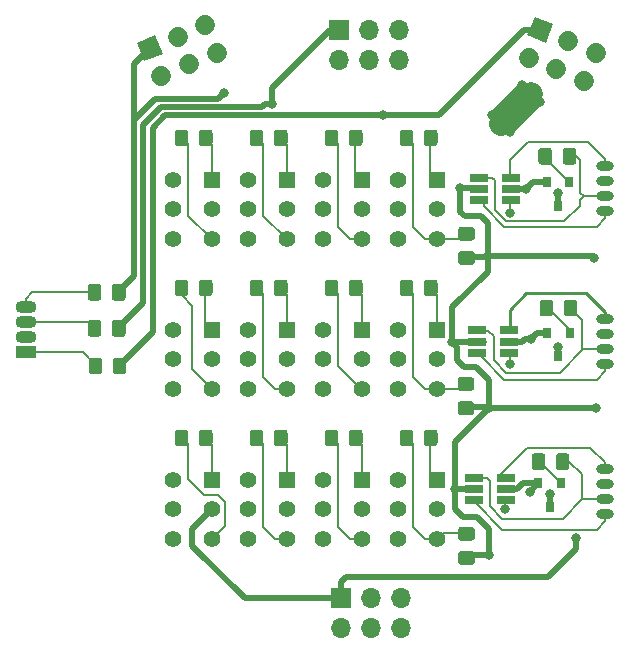
<source format=gbr>
G04 #@! TF.GenerationSoftware,KiCad,Pcbnew,(5.1.5)-3*
G04 #@! TF.CreationDate,2020-01-26T13:00:12+01:00*
G04 #@! TF.ProjectId,12bitbadge,31326269-7462-4616-9467-652e6b696361,rev?*
G04 #@! TF.SameCoordinates,Original*
G04 #@! TF.FileFunction,Copper,L1,Top*
G04 #@! TF.FilePolarity,Positive*
%FSLAX46Y46*%
G04 Gerber Fmt 4.6, Leading zero omitted, Abs format (unit mm)*
G04 Created by KiCad (PCBNEW (5.1.5)-3) date 2020-01-26 13:00:12*
%MOMM*%
%LPD*%
G04 APERTURE LIST*
%ADD10R,0.800000X0.900000*%
%ADD11C,0.100000*%
%ADD12R,1.560000X0.650000*%
%ADD13C,1.400000*%
%ADD14R,1.400000X1.400000*%
%ADD15C,1.700000*%
%ADD16O,1.700000X1.700000*%
%ADD17R,1.700000X1.700000*%
%ADD18O,1.500000X0.800000*%
%ADD19O,1.800000X1.070000*%
%ADD20R,1.800000X1.070000*%
%ADD21C,0.800000*%
%ADD22C,0.200000*%
%ADD23C,0.500000*%
%ADD24C,2.000000*%
%ADD25C,0.250000*%
G04 APERTURE END LIST*
D10*
X186100000Y-78500000D03*
X185150000Y-76500000D03*
X187050000Y-76500000D03*
X186850000Y-65750000D03*
X185900000Y-63750000D03*
X187800000Y-63750000D03*
X186800000Y-53000000D03*
X185850000Y-51000000D03*
X187750000Y-51000000D03*
G04 #@! TA.AperFunction,SMDPad,CuDef*
D11*
G36*
X187549505Y-73951204D02*
G01*
X187573773Y-73954804D01*
X187597572Y-73960765D01*
X187620671Y-73969030D01*
X187642850Y-73979520D01*
X187663893Y-73992132D01*
X187683599Y-74006747D01*
X187701777Y-74023223D01*
X187718253Y-74041401D01*
X187732868Y-74061107D01*
X187745480Y-74082150D01*
X187755970Y-74104329D01*
X187764235Y-74127428D01*
X187770196Y-74151227D01*
X187773796Y-74175495D01*
X187775000Y-74199999D01*
X187775000Y-75100001D01*
X187773796Y-75124505D01*
X187770196Y-75148773D01*
X187764235Y-75172572D01*
X187755970Y-75195671D01*
X187745480Y-75217850D01*
X187732868Y-75238893D01*
X187718253Y-75258599D01*
X187701777Y-75276777D01*
X187683599Y-75293253D01*
X187663893Y-75307868D01*
X187642850Y-75320480D01*
X187620671Y-75330970D01*
X187597572Y-75339235D01*
X187573773Y-75345196D01*
X187549505Y-75348796D01*
X187525001Y-75350000D01*
X186874999Y-75350000D01*
X186850495Y-75348796D01*
X186826227Y-75345196D01*
X186802428Y-75339235D01*
X186779329Y-75330970D01*
X186757150Y-75320480D01*
X186736107Y-75307868D01*
X186716401Y-75293253D01*
X186698223Y-75276777D01*
X186681747Y-75258599D01*
X186667132Y-75238893D01*
X186654520Y-75217850D01*
X186644030Y-75195671D01*
X186635765Y-75172572D01*
X186629804Y-75148773D01*
X186626204Y-75124505D01*
X186625000Y-75100001D01*
X186625000Y-74199999D01*
X186626204Y-74175495D01*
X186629804Y-74151227D01*
X186635765Y-74127428D01*
X186644030Y-74104329D01*
X186654520Y-74082150D01*
X186667132Y-74061107D01*
X186681747Y-74041401D01*
X186698223Y-74023223D01*
X186716401Y-74006747D01*
X186736107Y-73992132D01*
X186757150Y-73979520D01*
X186779329Y-73969030D01*
X186802428Y-73960765D01*
X186826227Y-73954804D01*
X186850495Y-73951204D01*
X186874999Y-73950000D01*
X187525001Y-73950000D01*
X187549505Y-73951204D01*
G37*
G04 #@! TD.AperFunction*
G04 #@! TA.AperFunction,SMDPad,CuDef*
G36*
X185499505Y-73951204D02*
G01*
X185523773Y-73954804D01*
X185547572Y-73960765D01*
X185570671Y-73969030D01*
X185592850Y-73979520D01*
X185613893Y-73992132D01*
X185633599Y-74006747D01*
X185651777Y-74023223D01*
X185668253Y-74041401D01*
X185682868Y-74061107D01*
X185695480Y-74082150D01*
X185705970Y-74104329D01*
X185714235Y-74127428D01*
X185720196Y-74151227D01*
X185723796Y-74175495D01*
X185725000Y-74199999D01*
X185725000Y-75100001D01*
X185723796Y-75124505D01*
X185720196Y-75148773D01*
X185714235Y-75172572D01*
X185705970Y-75195671D01*
X185695480Y-75217850D01*
X185682868Y-75238893D01*
X185668253Y-75258599D01*
X185651777Y-75276777D01*
X185633599Y-75293253D01*
X185613893Y-75307868D01*
X185592850Y-75320480D01*
X185570671Y-75330970D01*
X185547572Y-75339235D01*
X185523773Y-75345196D01*
X185499505Y-75348796D01*
X185475001Y-75350000D01*
X184824999Y-75350000D01*
X184800495Y-75348796D01*
X184776227Y-75345196D01*
X184752428Y-75339235D01*
X184729329Y-75330970D01*
X184707150Y-75320480D01*
X184686107Y-75307868D01*
X184666401Y-75293253D01*
X184648223Y-75276777D01*
X184631747Y-75258599D01*
X184617132Y-75238893D01*
X184604520Y-75217850D01*
X184594030Y-75195671D01*
X184585765Y-75172572D01*
X184579804Y-75148773D01*
X184576204Y-75124505D01*
X184575000Y-75100001D01*
X184575000Y-74199999D01*
X184576204Y-74175495D01*
X184579804Y-74151227D01*
X184585765Y-74127428D01*
X184594030Y-74104329D01*
X184604520Y-74082150D01*
X184617132Y-74061107D01*
X184631747Y-74041401D01*
X184648223Y-74023223D01*
X184666401Y-74006747D01*
X184686107Y-73992132D01*
X184707150Y-73979520D01*
X184729329Y-73969030D01*
X184752428Y-73960765D01*
X184776227Y-73954804D01*
X184800495Y-73951204D01*
X184824999Y-73950000D01*
X185475001Y-73950000D01*
X185499505Y-73951204D01*
G37*
G04 #@! TD.AperFunction*
G04 #@! TA.AperFunction,SMDPad,CuDef*
G36*
X188224505Y-60951204D02*
G01*
X188248773Y-60954804D01*
X188272572Y-60960765D01*
X188295671Y-60969030D01*
X188317850Y-60979520D01*
X188338893Y-60992132D01*
X188358599Y-61006747D01*
X188376777Y-61023223D01*
X188393253Y-61041401D01*
X188407868Y-61061107D01*
X188420480Y-61082150D01*
X188430970Y-61104329D01*
X188439235Y-61127428D01*
X188445196Y-61151227D01*
X188448796Y-61175495D01*
X188450000Y-61199999D01*
X188450000Y-62100001D01*
X188448796Y-62124505D01*
X188445196Y-62148773D01*
X188439235Y-62172572D01*
X188430970Y-62195671D01*
X188420480Y-62217850D01*
X188407868Y-62238893D01*
X188393253Y-62258599D01*
X188376777Y-62276777D01*
X188358599Y-62293253D01*
X188338893Y-62307868D01*
X188317850Y-62320480D01*
X188295671Y-62330970D01*
X188272572Y-62339235D01*
X188248773Y-62345196D01*
X188224505Y-62348796D01*
X188200001Y-62350000D01*
X187549999Y-62350000D01*
X187525495Y-62348796D01*
X187501227Y-62345196D01*
X187477428Y-62339235D01*
X187454329Y-62330970D01*
X187432150Y-62320480D01*
X187411107Y-62307868D01*
X187391401Y-62293253D01*
X187373223Y-62276777D01*
X187356747Y-62258599D01*
X187342132Y-62238893D01*
X187329520Y-62217850D01*
X187319030Y-62195671D01*
X187310765Y-62172572D01*
X187304804Y-62148773D01*
X187301204Y-62124505D01*
X187300000Y-62100001D01*
X187300000Y-61199999D01*
X187301204Y-61175495D01*
X187304804Y-61151227D01*
X187310765Y-61127428D01*
X187319030Y-61104329D01*
X187329520Y-61082150D01*
X187342132Y-61061107D01*
X187356747Y-61041401D01*
X187373223Y-61023223D01*
X187391401Y-61006747D01*
X187411107Y-60992132D01*
X187432150Y-60979520D01*
X187454329Y-60969030D01*
X187477428Y-60960765D01*
X187501227Y-60954804D01*
X187525495Y-60951204D01*
X187549999Y-60950000D01*
X188200001Y-60950000D01*
X188224505Y-60951204D01*
G37*
G04 #@! TD.AperFunction*
G04 #@! TA.AperFunction,SMDPad,CuDef*
G36*
X186174505Y-60951204D02*
G01*
X186198773Y-60954804D01*
X186222572Y-60960765D01*
X186245671Y-60969030D01*
X186267850Y-60979520D01*
X186288893Y-60992132D01*
X186308599Y-61006747D01*
X186326777Y-61023223D01*
X186343253Y-61041401D01*
X186357868Y-61061107D01*
X186370480Y-61082150D01*
X186380970Y-61104329D01*
X186389235Y-61127428D01*
X186395196Y-61151227D01*
X186398796Y-61175495D01*
X186400000Y-61199999D01*
X186400000Y-62100001D01*
X186398796Y-62124505D01*
X186395196Y-62148773D01*
X186389235Y-62172572D01*
X186380970Y-62195671D01*
X186370480Y-62217850D01*
X186357868Y-62238893D01*
X186343253Y-62258599D01*
X186326777Y-62276777D01*
X186308599Y-62293253D01*
X186288893Y-62307868D01*
X186267850Y-62320480D01*
X186245671Y-62330970D01*
X186222572Y-62339235D01*
X186198773Y-62345196D01*
X186174505Y-62348796D01*
X186150001Y-62350000D01*
X185499999Y-62350000D01*
X185475495Y-62348796D01*
X185451227Y-62345196D01*
X185427428Y-62339235D01*
X185404329Y-62330970D01*
X185382150Y-62320480D01*
X185361107Y-62307868D01*
X185341401Y-62293253D01*
X185323223Y-62276777D01*
X185306747Y-62258599D01*
X185292132Y-62238893D01*
X185279520Y-62217850D01*
X185269030Y-62195671D01*
X185260765Y-62172572D01*
X185254804Y-62148773D01*
X185251204Y-62124505D01*
X185250000Y-62100001D01*
X185250000Y-61199999D01*
X185251204Y-61175495D01*
X185254804Y-61151227D01*
X185260765Y-61127428D01*
X185269030Y-61104329D01*
X185279520Y-61082150D01*
X185292132Y-61061107D01*
X185306747Y-61041401D01*
X185323223Y-61023223D01*
X185341401Y-61006747D01*
X185361107Y-60992132D01*
X185382150Y-60979520D01*
X185404329Y-60969030D01*
X185427428Y-60960765D01*
X185451227Y-60954804D01*
X185475495Y-60951204D01*
X185499999Y-60950000D01*
X186150001Y-60950000D01*
X186174505Y-60951204D01*
G37*
G04 #@! TD.AperFunction*
G04 #@! TA.AperFunction,SMDPad,CuDef*
G36*
X188124505Y-48101204D02*
G01*
X188148773Y-48104804D01*
X188172572Y-48110765D01*
X188195671Y-48119030D01*
X188217850Y-48129520D01*
X188238893Y-48142132D01*
X188258599Y-48156747D01*
X188276777Y-48173223D01*
X188293253Y-48191401D01*
X188307868Y-48211107D01*
X188320480Y-48232150D01*
X188330970Y-48254329D01*
X188339235Y-48277428D01*
X188345196Y-48301227D01*
X188348796Y-48325495D01*
X188350000Y-48349999D01*
X188350000Y-49250001D01*
X188348796Y-49274505D01*
X188345196Y-49298773D01*
X188339235Y-49322572D01*
X188330970Y-49345671D01*
X188320480Y-49367850D01*
X188307868Y-49388893D01*
X188293253Y-49408599D01*
X188276777Y-49426777D01*
X188258599Y-49443253D01*
X188238893Y-49457868D01*
X188217850Y-49470480D01*
X188195671Y-49480970D01*
X188172572Y-49489235D01*
X188148773Y-49495196D01*
X188124505Y-49498796D01*
X188100001Y-49500000D01*
X187449999Y-49500000D01*
X187425495Y-49498796D01*
X187401227Y-49495196D01*
X187377428Y-49489235D01*
X187354329Y-49480970D01*
X187332150Y-49470480D01*
X187311107Y-49457868D01*
X187291401Y-49443253D01*
X187273223Y-49426777D01*
X187256747Y-49408599D01*
X187242132Y-49388893D01*
X187229520Y-49367850D01*
X187219030Y-49345671D01*
X187210765Y-49322572D01*
X187204804Y-49298773D01*
X187201204Y-49274505D01*
X187200000Y-49250001D01*
X187200000Y-48349999D01*
X187201204Y-48325495D01*
X187204804Y-48301227D01*
X187210765Y-48277428D01*
X187219030Y-48254329D01*
X187229520Y-48232150D01*
X187242132Y-48211107D01*
X187256747Y-48191401D01*
X187273223Y-48173223D01*
X187291401Y-48156747D01*
X187311107Y-48142132D01*
X187332150Y-48129520D01*
X187354329Y-48119030D01*
X187377428Y-48110765D01*
X187401227Y-48104804D01*
X187425495Y-48101204D01*
X187449999Y-48100000D01*
X188100001Y-48100000D01*
X188124505Y-48101204D01*
G37*
G04 #@! TD.AperFunction*
G04 #@! TA.AperFunction,SMDPad,CuDef*
G36*
X186074505Y-48101204D02*
G01*
X186098773Y-48104804D01*
X186122572Y-48110765D01*
X186145671Y-48119030D01*
X186167850Y-48129520D01*
X186188893Y-48142132D01*
X186208599Y-48156747D01*
X186226777Y-48173223D01*
X186243253Y-48191401D01*
X186257868Y-48211107D01*
X186270480Y-48232150D01*
X186280970Y-48254329D01*
X186289235Y-48277428D01*
X186295196Y-48301227D01*
X186298796Y-48325495D01*
X186300000Y-48349999D01*
X186300000Y-49250001D01*
X186298796Y-49274505D01*
X186295196Y-49298773D01*
X186289235Y-49322572D01*
X186280970Y-49345671D01*
X186270480Y-49367850D01*
X186257868Y-49388893D01*
X186243253Y-49408599D01*
X186226777Y-49426777D01*
X186208599Y-49443253D01*
X186188893Y-49457868D01*
X186167850Y-49470480D01*
X186145671Y-49480970D01*
X186122572Y-49489235D01*
X186098773Y-49495196D01*
X186074505Y-49498796D01*
X186050001Y-49500000D01*
X185399999Y-49500000D01*
X185375495Y-49498796D01*
X185351227Y-49495196D01*
X185327428Y-49489235D01*
X185304329Y-49480970D01*
X185282150Y-49470480D01*
X185261107Y-49457868D01*
X185241401Y-49443253D01*
X185223223Y-49426777D01*
X185206747Y-49408599D01*
X185192132Y-49388893D01*
X185179520Y-49367850D01*
X185169030Y-49345671D01*
X185160765Y-49322572D01*
X185154804Y-49298773D01*
X185151204Y-49274505D01*
X185150000Y-49250001D01*
X185150000Y-48349999D01*
X185151204Y-48325495D01*
X185154804Y-48301227D01*
X185160765Y-48277428D01*
X185169030Y-48254329D01*
X185179520Y-48232150D01*
X185192132Y-48211107D01*
X185206747Y-48191401D01*
X185223223Y-48173223D01*
X185241401Y-48156747D01*
X185261107Y-48142132D01*
X185282150Y-48129520D01*
X185304329Y-48119030D01*
X185327428Y-48110765D01*
X185351227Y-48104804D01*
X185375495Y-48101204D01*
X185399999Y-48100000D01*
X186050001Y-48100000D01*
X186074505Y-48101204D01*
G37*
G04 #@! TD.AperFunction*
D12*
X182400000Y-76962000D03*
X182400000Y-76012000D03*
X182400000Y-77912000D03*
X179700000Y-77912000D03*
X179700000Y-76962000D03*
X179700000Y-76012000D03*
X182650000Y-64500000D03*
X182650000Y-63550000D03*
X182650000Y-65450000D03*
X179950000Y-65450000D03*
X179950000Y-64500000D03*
X179950000Y-63550000D03*
X182800000Y-51562000D03*
X182800000Y-50612000D03*
X182800000Y-52512000D03*
X180100000Y-52512000D03*
X180100000Y-51562000D03*
X180100000Y-50612000D03*
G04 #@! TA.AperFunction,SMDPad,CuDef*
D11*
G36*
X147993005Y-65849204D02*
G01*
X148017273Y-65852804D01*
X148041072Y-65858765D01*
X148064171Y-65867030D01*
X148086350Y-65877520D01*
X148107393Y-65890132D01*
X148127099Y-65904747D01*
X148145277Y-65921223D01*
X148161753Y-65939401D01*
X148176368Y-65959107D01*
X148188980Y-65980150D01*
X148199470Y-66002329D01*
X148207735Y-66025428D01*
X148213696Y-66049227D01*
X148217296Y-66073495D01*
X148218500Y-66097999D01*
X148218500Y-66998001D01*
X148217296Y-67022505D01*
X148213696Y-67046773D01*
X148207735Y-67070572D01*
X148199470Y-67093671D01*
X148188980Y-67115850D01*
X148176368Y-67136893D01*
X148161753Y-67156599D01*
X148145277Y-67174777D01*
X148127099Y-67191253D01*
X148107393Y-67205868D01*
X148086350Y-67218480D01*
X148064171Y-67228970D01*
X148041072Y-67237235D01*
X148017273Y-67243196D01*
X147993005Y-67246796D01*
X147968501Y-67248000D01*
X147318499Y-67248000D01*
X147293995Y-67246796D01*
X147269727Y-67243196D01*
X147245928Y-67237235D01*
X147222829Y-67228970D01*
X147200650Y-67218480D01*
X147179607Y-67205868D01*
X147159901Y-67191253D01*
X147141723Y-67174777D01*
X147125247Y-67156599D01*
X147110632Y-67136893D01*
X147098020Y-67115850D01*
X147087530Y-67093671D01*
X147079265Y-67070572D01*
X147073304Y-67046773D01*
X147069704Y-67022505D01*
X147068500Y-66998001D01*
X147068500Y-66097999D01*
X147069704Y-66073495D01*
X147073304Y-66049227D01*
X147079265Y-66025428D01*
X147087530Y-66002329D01*
X147098020Y-65980150D01*
X147110632Y-65959107D01*
X147125247Y-65939401D01*
X147141723Y-65921223D01*
X147159901Y-65904747D01*
X147179607Y-65890132D01*
X147200650Y-65877520D01*
X147222829Y-65867030D01*
X147245928Y-65858765D01*
X147269727Y-65852804D01*
X147293995Y-65849204D01*
X147318499Y-65848000D01*
X147968501Y-65848000D01*
X147993005Y-65849204D01*
G37*
G04 #@! TD.AperFunction*
G04 #@! TA.AperFunction,SMDPad,CuDef*
G36*
X150043005Y-65849204D02*
G01*
X150067273Y-65852804D01*
X150091072Y-65858765D01*
X150114171Y-65867030D01*
X150136350Y-65877520D01*
X150157393Y-65890132D01*
X150177099Y-65904747D01*
X150195277Y-65921223D01*
X150211753Y-65939401D01*
X150226368Y-65959107D01*
X150238980Y-65980150D01*
X150249470Y-66002329D01*
X150257735Y-66025428D01*
X150263696Y-66049227D01*
X150267296Y-66073495D01*
X150268500Y-66097999D01*
X150268500Y-66998001D01*
X150267296Y-67022505D01*
X150263696Y-67046773D01*
X150257735Y-67070572D01*
X150249470Y-67093671D01*
X150238980Y-67115850D01*
X150226368Y-67136893D01*
X150211753Y-67156599D01*
X150195277Y-67174777D01*
X150177099Y-67191253D01*
X150157393Y-67205868D01*
X150136350Y-67218480D01*
X150114171Y-67228970D01*
X150091072Y-67237235D01*
X150067273Y-67243196D01*
X150043005Y-67246796D01*
X150018501Y-67248000D01*
X149368499Y-67248000D01*
X149343995Y-67246796D01*
X149319727Y-67243196D01*
X149295928Y-67237235D01*
X149272829Y-67228970D01*
X149250650Y-67218480D01*
X149229607Y-67205868D01*
X149209901Y-67191253D01*
X149191723Y-67174777D01*
X149175247Y-67156599D01*
X149160632Y-67136893D01*
X149148020Y-67115850D01*
X149137530Y-67093671D01*
X149129265Y-67070572D01*
X149123304Y-67046773D01*
X149119704Y-67022505D01*
X149118500Y-66998001D01*
X149118500Y-66097999D01*
X149119704Y-66073495D01*
X149123304Y-66049227D01*
X149129265Y-66025428D01*
X149137530Y-66002329D01*
X149148020Y-65980150D01*
X149160632Y-65959107D01*
X149175247Y-65939401D01*
X149191723Y-65921223D01*
X149209901Y-65904747D01*
X149229607Y-65890132D01*
X149250650Y-65877520D01*
X149272829Y-65867030D01*
X149295928Y-65858765D01*
X149319727Y-65852804D01*
X149343995Y-65849204D01*
X149368499Y-65848000D01*
X150018501Y-65848000D01*
X150043005Y-65849204D01*
G37*
G04 #@! TD.AperFunction*
G04 #@! TA.AperFunction,SMDPad,CuDef*
G36*
X147914505Y-62674204D02*
G01*
X147938773Y-62677804D01*
X147962572Y-62683765D01*
X147985671Y-62692030D01*
X148007850Y-62702520D01*
X148028893Y-62715132D01*
X148048599Y-62729747D01*
X148066777Y-62746223D01*
X148083253Y-62764401D01*
X148097868Y-62784107D01*
X148110480Y-62805150D01*
X148120970Y-62827329D01*
X148129235Y-62850428D01*
X148135196Y-62874227D01*
X148138796Y-62898495D01*
X148140000Y-62922999D01*
X148140000Y-63823001D01*
X148138796Y-63847505D01*
X148135196Y-63871773D01*
X148129235Y-63895572D01*
X148120970Y-63918671D01*
X148110480Y-63940850D01*
X148097868Y-63961893D01*
X148083253Y-63981599D01*
X148066777Y-63999777D01*
X148048599Y-64016253D01*
X148028893Y-64030868D01*
X148007850Y-64043480D01*
X147985671Y-64053970D01*
X147962572Y-64062235D01*
X147938773Y-64068196D01*
X147914505Y-64071796D01*
X147890001Y-64073000D01*
X147239999Y-64073000D01*
X147215495Y-64071796D01*
X147191227Y-64068196D01*
X147167428Y-64062235D01*
X147144329Y-64053970D01*
X147122150Y-64043480D01*
X147101107Y-64030868D01*
X147081401Y-64016253D01*
X147063223Y-63999777D01*
X147046747Y-63981599D01*
X147032132Y-63961893D01*
X147019520Y-63940850D01*
X147009030Y-63918671D01*
X147000765Y-63895572D01*
X146994804Y-63871773D01*
X146991204Y-63847505D01*
X146990000Y-63823001D01*
X146990000Y-62922999D01*
X146991204Y-62898495D01*
X146994804Y-62874227D01*
X147000765Y-62850428D01*
X147009030Y-62827329D01*
X147019520Y-62805150D01*
X147032132Y-62784107D01*
X147046747Y-62764401D01*
X147063223Y-62746223D01*
X147081401Y-62729747D01*
X147101107Y-62715132D01*
X147122150Y-62702520D01*
X147144329Y-62692030D01*
X147167428Y-62683765D01*
X147191227Y-62677804D01*
X147215495Y-62674204D01*
X147239999Y-62673000D01*
X147890001Y-62673000D01*
X147914505Y-62674204D01*
G37*
G04 #@! TD.AperFunction*
G04 #@! TA.AperFunction,SMDPad,CuDef*
G36*
X149964505Y-62674204D02*
G01*
X149988773Y-62677804D01*
X150012572Y-62683765D01*
X150035671Y-62692030D01*
X150057850Y-62702520D01*
X150078893Y-62715132D01*
X150098599Y-62729747D01*
X150116777Y-62746223D01*
X150133253Y-62764401D01*
X150147868Y-62784107D01*
X150160480Y-62805150D01*
X150170970Y-62827329D01*
X150179235Y-62850428D01*
X150185196Y-62874227D01*
X150188796Y-62898495D01*
X150190000Y-62922999D01*
X150190000Y-63823001D01*
X150188796Y-63847505D01*
X150185196Y-63871773D01*
X150179235Y-63895572D01*
X150170970Y-63918671D01*
X150160480Y-63940850D01*
X150147868Y-63961893D01*
X150133253Y-63981599D01*
X150116777Y-63999777D01*
X150098599Y-64016253D01*
X150078893Y-64030868D01*
X150057850Y-64043480D01*
X150035671Y-64053970D01*
X150012572Y-64062235D01*
X149988773Y-64068196D01*
X149964505Y-64071796D01*
X149940001Y-64073000D01*
X149289999Y-64073000D01*
X149265495Y-64071796D01*
X149241227Y-64068196D01*
X149217428Y-64062235D01*
X149194329Y-64053970D01*
X149172150Y-64043480D01*
X149151107Y-64030868D01*
X149131401Y-64016253D01*
X149113223Y-63999777D01*
X149096747Y-63981599D01*
X149082132Y-63961893D01*
X149069520Y-63940850D01*
X149059030Y-63918671D01*
X149050765Y-63895572D01*
X149044804Y-63871773D01*
X149041204Y-63847505D01*
X149040000Y-63823001D01*
X149040000Y-62922999D01*
X149041204Y-62898495D01*
X149044804Y-62874227D01*
X149050765Y-62850428D01*
X149059030Y-62827329D01*
X149069520Y-62805150D01*
X149082132Y-62784107D01*
X149096747Y-62764401D01*
X149113223Y-62746223D01*
X149131401Y-62729747D01*
X149151107Y-62715132D01*
X149172150Y-62702520D01*
X149194329Y-62692030D01*
X149217428Y-62683765D01*
X149241227Y-62677804D01*
X149265495Y-62674204D01*
X149289999Y-62673000D01*
X149940001Y-62673000D01*
X149964505Y-62674204D01*
G37*
G04 #@! TD.AperFunction*
G04 #@! TA.AperFunction,SMDPad,CuDef*
G36*
X147914505Y-59626204D02*
G01*
X147938773Y-59629804D01*
X147962572Y-59635765D01*
X147985671Y-59644030D01*
X148007850Y-59654520D01*
X148028893Y-59667132D01*
X148048599Y-59681747D01*
X148066777Y-59698223D01*
X148083253Y-59716401D01*
X148097868Y-59736107D01*
X148110480Y-59757150D01*
X148120970Y-59779329D01*
X148129235Y-59802428D01*
X148135196Y-59826227D01*
X148138796Y-59850495D01*
X148140000Y-59874999D01*
X148140000Y-60775001D01*
X148138796Y-60799505D01*
X148135196Y-60823773D01*
X148129235Y-60847572D01*
X148120970Y-60870671D01*
X148110480Y-60892850D01*
X148097868Y-60913893D01*
X148083253Y-60933599D01*
X148066777Y-60951777D01*
X148048599Y-60968253D01*
X148028893Y-60982868D01*
X148007850Y-60995480D01*
X147985671Y-61005970D01*
X147962572Y-61014235D01*
X147938773Y-61020196D01*
X147914505Y-61023796D01*
X147890001Y-61025000D01*
X147239999Y-61025000D01*
X147215495Y-61023796D01*
X147191227Y-61020196D01*
X147167428Y-61014235D01*
X147144329Y-61005970D01*
X147122150Y-60995480D01*
X147101107Y-60982868D01*
X147081401Y-60968253D01*
X147063223Y-60951777D01*
X147046747Y-60933599D01*
X147032132Y-60913893D01*
X147019520Y-60892850D01*
X147009030Y-60870671D01*
X147000765Y-60847572D01*
X146994804Y-60823773D01*
X146991204Y-60799505D01*
X146990000Y-60775001D01*
X146990000Y-59874999D01*
X146991204Y-59850495D01*
X146994804Y-59826227D01*
X147000765Y-59802428D01*
X147009030Y-59779329D01*
X147019520Y-59757150D01*
X147032132Y-59736107D01*
X147046747Y-59716401D01*
X147063223Y-59698223D01*
X147081401Y-59681747D01*
X147101107Y-59667132D01*
X147122150Y-59654520D01*
X147144329Y-59644030D01*
X147167428Y-59635765D01*
X147191227Y-59629804D01*
X147215495Y-59626204D01*
X147239999Y-59625000D01*
X147890001Y-59625000D01*
X147914505Y-59626204D01*
G37*
G04 #@! TD.AperFunction*
G04 #@! TA.AperFunction,SMDPad,CuDef*
G36*
X149964505Y-59626204D02*
G01*
X149988773Y-59629804D01*
X150012572Y-59635765D01*
X150035671Y-59644030D01*
X150057850Y-59654520D01*
X150078893Y-59667132D01*
X150098599Y-59681747D01*
X150116777Y-59698223D01*
X150133253Y-59716401D01*
X150147868Y-59736107D01*
X150160480Y-59757150D01*
X150170970Y-59779329D01*
X150179235Y-59802428D01*
X150185196Y-59826227D01*
X150188796Y-59850495D01*
X150190000Y-59874999D01*
X150190000Y-60775001D01*
X150188796Y-60799505D01*
X150185196Y-60823773D01*
X150179235Y-60847572D01*
X150170970Y-60870671D01*
X150160480Y-60892850D01*
X150147868Y-60913893D01*
X150133253Y-60933599D01*
X150116777Y-60951777D01*
X150098599Y-60968253D01*
X150078893Y-60982868D01*
X150057850Y-60995480D01*
X150035671Y-61005970D01*
X150012572Y-61014235D01*
X149988773Y-61020196D01*
X149964505Y-61023796D01*
X149940001Y-61025000D01*
X149289999Y-61025000D01*
X149265495Y-61023796D01*
X149241227Y-61020196D01*
X149217428Y-61014235D01*
X149194329Y-61005970D01*
X149172150Y-60995480D01*
X149151107Y-60982868D01*
X149131401Y-60968253D01*
X149113223Y-60951777D01*
X149096747Y-60933599D01*
X149082132Y-60913893D01*
X149069520Y-60892850D01*
X149059030Y-60870671D01*
X149050765Y-60847572D01*
X149044804Y-60823773D01*
X149041204Y-60799505D01*
X149040000Y-60775001D01*
X149040000Y-59874999D01*
X149041204Y-59850495D01*
X149044804Y-59826227D01*
X149050765Y-59802428D01*
X149059030Y-59779329D01*
X149069520Y-59757150D01*
X149082132Y-59736107D01*
X149096747Y-59716401D01*
X149113223Y-59698223D01*
X149131401Y-59681747D01*
X149151107Y-59667132D01*
X149172150Y-59654520D01*
X149194329Y-59644030D01*
X149217428Y-59635765D01*
X149241227Y-59629804D01*
X149265495Y-59626204D01*
X149289999Y-59625000D01*
X149940001Y-59625000D01*
X149964505Y-59626204D01*
G37*
G04 #@! TD.AperFunction*
G04 #@! TA.AperFunction,SMDPad,CuDef*
G36*
X179524505Y-80188704D02*
G01*
X179548773Y-80192304D01*
X179572572Y-80198265D01*
X179595671Y-80206530D01*
X179617850Y-80217020D01*
X179638893Y-80229632D01*
X179658599Y-80244247D01*
X179676777Y-80260723D01*
X179693253Y-80278901D01*
X179707868Y-80298607D01*
X179720480Y-80319650D01*
X179730970Y-80341829D01*
X179739235Y-80364928D01*
X179745196Y-80388727D01*
X179748796Y-80412995D01*
X179750000Y-80437499D01*
X179750000Y-81087501D01*
X179748796Y-81112005D01*
X179745196Y-81136273D01*
X179739235Y-81160072D01*
X179730970Y-81183171D01*
X179720480Y-81205350D01*
X179707868Y-81226393D01*
X179693253Y-81246099D01*
X179676777Y-81264277D01*
X179658599Y-81280753D01*
X179638893Y-81295368D01*
X179617850Y-81307980D01*
X179595671Y-81318470D01*
X179572572Y-81326735D01*
X179548773Y-81332696D01*
X179524505Y-81336296D01*
X179500001Y-81337500D01*
X178599999Y-81337500D01*
X178575495Y-81336296D01*
X178551227Y-81332696D01*
X178527428Y-81326735D01*
X178504329Y-81318470D01*
X178482150Y-81307980D01*
X178461107Y-81295368D01*
X178441401Y-81280753D01*
X178423223Y-81264277D01*
X178406747Y-81246099D01*
X178392132Y-81226393D01*
X178379520Y-81205350D01*
X178369030Y-81183171D01*
X178360765Y-81160072D01*
X178354804Y-81136273D01*
X178351204Y-81112005D01*
X178350000Y-81087501D01*
X178350000Y-80437499D01*
X178351204Y-80412995D01*
X178354804Y-80388727D01*
X178360765Y-80364928D01*
X178369030Y-80341829D01*
X178379520Y-80319650D01*
X178392132Y-80298607D01*
X178406747Y-80278901D01*
X178423223Y-80260723D01*
X178441401Y-80244247D01*
X178461107Y-80229632D01*
X178482150Y-80217020D01*
X178504329Y-80206530D01*
X178527428Y-80198265D01*
X178551227Y-80192304D01*
X178575495Y-80188704D01*
X178599999Y-80187500D01*
X179500001Y-80187500D01*
X179524505Y-80188704D01*
G37*
G04 #@! TD.AperFunction*
G04 #@! TA.AperFunction,SMDPad,CuDef*
G36*
X179524505Y-82238704D02*
G01*
X179548773Y-82242304D01*
X179572572Y-82248265D01*
X179595671Y-82256530D01*
X179617850Y-82267020D01*
X179638893Y-82279632D01*
X179658599Y-82294247D01*
X179676777Y-82310723D01*
X179693253Y-82328901D01*
X179707868Y-82348607D01*
X179720480Y-82369650D01*
X179730970Y-82391829D01*
X179739235Y-82414928D01*
X179745196Y-82438727D01*
X179748796Y-82462995D01*
X179750000Y-82487499D01*
X179750000Y-83137501D01*
X179748796Y-83162005D01*
X179745196Y-83186273D01*
X179739235Y-83210072D01*
X179730970Y-83233171D01*
X179720480Y-83255350D01*
X179707868Y-83276393D01*
X179693253Y-83296099D01*
X179676777Y-83314277D01*
X179658599Y-83330753D01*
X179638893Y-83345368D01*
X179617850Y-83357980D01*
X179595671Y-83368470D01*
X179572572Y-83376735D01*
X179548773Y-83382696D01*
X179524505Y-83386296D01*
X179500001Y-83387500D01*
X178599999Y-83387500D01*
X178575495Y-83386296D01*
X178551227Y-83382696D01*
X178527428Y-83376735D01*
X178504329Y-83368470D01*
X178482150Y-83357980D01*
X178461107Y-83345368D01*
X178441401Y-83330753D01*
X178423223Y-83314277D01*
X178406747Y-83296099D01*
X178392132Y-83276393D01*
X178379520Y-83255350D01*
X178369030Y-83233171D01*
X178360765Y-83210072D01*
X178354804Y-83186273D01*
X178351204Y-83162005D01*
X178350000Y-83137501D01*
X178350000Y-82487499D01*
X178351204Y-82462995D01*
X178354804Y-82438727D01*
X178360765Y-82414928D01*
X178369030Y-82391829D01*
X178379520Y-82369650D01*
X178392132Y-82348607D01*
X178406747Y-82328901D01*
X178423223Y-82310723D01*
X178441401Y-82294247D01*
X178461107Y-82279632D01*
X178482150Y-82267020D01*
X178504329Y-82256530D01*
X178527428Y-82248265D01*
X178551227Y-82242304D01*
X178575495Y-82238704D01*
X178599999Y-82237500D01*
X179500001Y-82237500D01*
X179524505Y-82238704D01*
G37*
G04 #@! TD.AperFunction*
G04 #@! TA.AperFunction,SMDPad,CuDef*
G36*
X176380505Y-71945204D02*
G01*
X176404773Y-71948804D01*
X176428572Y-71954765D01*
X176451671Y-71963030D01*
X176473850Y-71973520D01*
X176494893Y-71986132D01*
X176514599Y-72000747D01*
X176532777Y-72017223D01*
X176549253Y-72035401D01*
X176563868Y-72055107D01*
X176576480Y-72076150D01*
X176586970Y-72098329D01*
X176595235Y-72121428D01*
X176601196Y-72145227D01*
X176604796Y-72169495D01*
X176606000Y-72193999D01*
X176606000Y-73094001D01*
X176604796Y-73118505D01*
X176601196Y-73142773D01*
X176595235Y-73166572D01*
X176586970Y-73189671D01*
X176576480Y-73211850D01*
X176563868Y-73232893D01*
X176549253Y-73252599D01*
X176532777Y-73270777D01*
X176514599Y-73287253D01*
X176494893Y-73301868D01*
X176473850Y-73314480D01*
X176451671Y-73324970D01*
X176428572Y-73333235D01*
X176404773Y-73339196D01*
X176380505Y-73342796D01*
X176356001Y-73344000D01*
X175705999Y-73344000D01*
X175681495Y-73342796D01*
X175657227Y-73339196D01*
X175633428Y-73333235D01*
X175610329Y-73324970D01*
X175588150Y-73314480D01*
X175567107Y-73301868D01*
X175547401Y-73287253D01*
X175529223Y-73270777D01*
X175512747Y-73252599D01*
X175498132Y-73232893D01*
X175485520Y-73211850D01*
X175475030Y-73189671D01*
X175466765Y-73166572D01*
X175460804Y-73142773D01*
X175457204Y-73118505D01*
X175456000Y-73094001D01*
X175456000Y-72193999D01*
X175457204Y-72169495D01*
X175460804Y-72145227D01*
X175466765Y-72121428D01*
X175475030Y-72098329D01*
X175485520Y-72076150D01*
X175498132Y-72055107D01*
X175512747Y-72035401D01*
X175529223Y-72017223D01*
X175547401Y-72000747D01*
X175567107Y-71986132D01*
X175588150Y-71973520D01*
X175610329Y-71963030D01*
X175633428Y-71954765D01*
X175657227Y-71948804D01*
X175681495Y-71945204D01*
X175705999Y-71944000D01*
X176356001Y-71944000D01*
X176380505Y-71945204D01*
G37*
G04 #@! TD.AperFunction*
G04 #@! TA.AperFunction,SMDPad,CuDef*
G36*
X174330505Y-71945204D02*
G01*
X174354773Y-71948804D01*
X174378572Y-71954765D01*
X174401671Y-71963030D01*
X174423850Y-71973520D01*
X174444893Y-71986132D01*
X174464599Y-72000747D01*
X174482777Y-72017223D01*
X174499253Y-72035401D01*
X174513868Y-72055107D01*
X174526480Y-72076150D01*
X174536970Y-72098329D01*
X174545235Y-72121428D01*
X174551196Y-72145227D01*
X174554796Y-72169495D01*
X174556000Y-72193999D01*
X174556000Y-73094001D01*
X174554796Y-73118505D01*
X174551196Y-73142773D01*
X174545235Y-73166572D01*
X174536970Y-73189671D01*
X174526480Y-73211850D01*
X174513868Y-73232893D01*
X174499253Y-73252599D01*
X174482777Y-73270777D01*
X174464599Y-73287253D01*
X174444893Y-73301868D01*
X174423850Y-73314480D01*
X174401671Y-73324970D01*
X174378572Y-73333235D01*
X174354773Y-73339196D01*
X174330505Y-73342796D01*
X174306001Y-73344000D01*
X173655999Y-73344000D01*
X173631495Y-73342796D01*
X173607227Y-73339196D01*
X173583428Y-73333235D01*
X173560329Y-73324970D01*
X173538150Y-73314480D01*
X173517107Y-73301868D01*
X173497401Y-73287253D01*
X173479223Y-73270777D01*
X173462747Y-73252599D01*
X173448132Y-73232893D01*
X173435520Y-73211850D01*
X173425030Y-73189671D01*
X173416765Y-73166572D01*
X173410804Y-73142773D01*
X173407204Y-73118505D01*
X173406000Y-73094001D01*
X173406000Y-72193999D01*
X173407204Y-72169495D01*
X173410804Y-72145227D01*
X173416765Y-72121428D01*
X173425030Y-72098329D01*
X173435520Y-72076150D01*
X173448132Y-72055107D01*
X173462747Y-72035401D01*
X173479223Y-72017223D01*
X173497401Y-72000747D01*
X173517107Y-71986132D01*
X173538150Y-71973520D01*
X173560329Y-71963030D01*
X173583428Y-71954765D01*
X173607227Y-71948804D01*
X173631495Y-71945204D01*
X173655999Y-71944000D01*
X174306001Y-71944000D01*
X174330505Y-71945204D01*
G37*
G04 #@! TD.AperFunction*
G04 #@! TA.AperFunction,SMDPad,CuDef*
G36*
X170030505Y-71945204D02*
G01*
X170054773Y-71948804D01*
X170078572Y-71954765D01*
X170101671Y-71963030D01*
X170123850Y-71973520D01*
X170144893Y-71986132D01*
X170164599Y-72000747D01*
X170182777Y-72017223D01*
X170199253Y-72035401D01*
X170213868Y-72055107D01*
X170226480Y-72076150D01*
X170236970Y-72098329D01*
X170245235Y-72121428D01*
X170251196Y-72145227D01*
X170254796Y-72169495D01*
X170256000Y-72193999D01*
X170256000Y-73094001D01*
X170254796Y-73118505D01*
X170251196Y-73142773D01*
X170245235Y-73166572D01*
X170236970Y-73189671D01*
X170226480Y-73211850D01*
X170213868Y-73232893D01*
X170199253Y-73252599D01*
X170182777Y-73270777D01*
X170164599Y-73287253D01*
X170144893Y-73301868D01*
X170123850Y-73314480D01*
X170101671Y-73324970D01*
X170078572Y-73333235D01*
X170054773Y-73339196D01*
X170030505Y-73342796D01*
X170006001Y-73344000D01*
X169355999Y-73344000D01*
X169331495Y-73342796D01*
X169307227Y-73339196D01*
X169283428Y-73333235D01*
X169260329Y-73324970D01*
X169238150Y-73314480D01*
X169217107Y-73301868D01*
X169197401Y-73287253D01*
X169179223Y-73270777D01*
X169162747Y-73252599D01*
X169148132Y-73232893D01*
X169135520Y-73211850D01*
X169125030Y-73189671D01*
X169116765Y-73166572D01*
X169110804Y-73142773D01*
X169107204Y-73118505D01*
X169106000Y-73094001D01*
X169106000Y-72193999D01*
X169107204Y-72169495D01*
X169110804Y-72145227D01*
X169116765Y-72121428D01*
X169125030Y-72098329D01*
X169135520Y-72076150D01*
X169148132Y-72055107D01*
X169162747Y-72035401D01*
X169179223Y-72017223D01*
X169197401Y-72000747D01*
X169217107Y-71986132D01*
X169238150Y-71973520D01*
X169260329Y-71963030D01*
X169283428Y-71954765D01*
X169307227Y-71948804D01*
X169331495Y-71945204D01*
X169355999Y-71944000D01*
X170006001Y-71944000D01*
X170030505Y-71945204D01*
G37*
G04 #@! TD.AperFunction*
G04 #@! TA.AperFunction,SMDPad,CuDef*
G36*
X167980505Y-71945204D02*
G01*
X168004773Y-71948804D01*
X168028572Y-71954765D01*
X168051671Y-71963030D01*
X168073850Y-71973520D01*
X168094893Y-71986132D01*
X168114599Y-72000747D01*
X168132777Y-72017223D01*
X168149253Y-72035401D01*
X168163868Y-72055107D01*
X168176480Y-72076150D01*
X168186970Y-72098329D01*
X168195235Y-72121428D01*
X168201196Y-72145227D01*
X168204796Y-72169495D01*
X168206000Y-72193999D01*
X168206000Y-73094001D01*
X168204796Y-73118505D01*
X168201196Y-73142773D01*
X168195235Y-73166572D01*
X168186970Y-73189671D01*
X168176480Y-73211850D01*
X168163868Y-73232893D01*
X168149253Y-73252599D01*
X168132777Y-73270777D01*
X168114599Y-73287253D01*
X168094893Y-73301868D01*
X168073850Y-73314480D01*
X168051671Y-73324970D01*
X168028572Y-73333235D01*
X168004773Y-73339196D01*
X167980505Y-73342796D01*
X167956001Y-73344000D01*
X167305999Y-73344000D01*
X167281495Y-73342796D01*
X167257227Y-73339196D01*
X167233428Y-73333235D01*
X167210329Y-73324970D01*
X167188150Y-73314480D01*
X167167107Y-73301868D01*
X167147401Y-73287253D01*
X167129223Y-73270777D01*
X167112747Y-73252599D01*
X167098132Y-73232893D01*
X167085520Y-73211850D01*
X167075030Y-73189671D01*
X167066765Y-73166572D01*
X167060804Y-73142773D01*
X167057204Y-73118505D01*
X167056000Y-73094001D01*
X167056000Y-72193999D01*
X167057204Y-72169495D01*
X167060804Y-72145227D01*
X167066765Y-72121428D01*
X167075030Y-72098329D01*
X167085520Y-72076150D01*
X167098132Y-72055107D01*
X167112747Y-72035401D01*
X167129223Y-72017223D01*
X167147401Y-72000747D01*
X167167107Y-71986132D01*
X167188150Y-71973520D01*
X167210329Y-71963030D01*
X167233428Y-71954765D01*
X167257227Y-71948804D01*
X167281495Y-71945204D01*
X167305999Y-71944000D01*
X167956001Y-71944000D01*
X167980505Y-71945204D01*
G37*
G04 #@! TD.AperFunction*
G04 #@! TA.AperFunction,SMDPad,CuDef*
G36*
X163680505Y-71945204D02*
G01*
X163704773Y-71948804D01*
X163728572Y-71954765D01*
X163751671Y-71963030D01*
X163773850Y-71973520D01*
X163794893Y-71986132D01*
X163814599Y-72000747D01*
X163832777Y-72017223D01*
X163849253Y-72035401D01*
X163863868Y-72055107D01*
X163876480Y-72076150D01*
X163886970Y-72098329D01*
X163895235Y-72121428D01*
X163901196Y-72145227D01*
X163904796Y-72169495D01*
X163906000Y-72193999D01*
X163906000Y-73094001D01*
X163904796Y-73118505D01*
X163901196Y-73142773D01*
X163895235Y-73166572D01*
X163886970Y-73189671D01*
X163876480Y-73211850D01*
X163863868Y-73232893D01*
X163849253Y-73252599D01*
X163832777Y-73270777D01*
X163814599Y-73287253D01*
X163794893Y-73301868D01*
X163773850Y-73314480D01*
X163751671Y-73324970D01*
X163728572Y-73333235D01*
X163704773Y-73339196D01*
X163680505Y-73342796D01*
X163656001Y-73344000D01*
X163005999Y-73344000D01*
X162981495Y-73342796D01*
X162957227Y-73339196D01*
X162933428Y-73333235D01*
X162910329Y-73324970D01*
X162888150Y-73314480D01*
X162867107Y-73301868D01*
X162847401Y-73287253D01*
X162829223Y-73270777D01*
X162812747Y-73252599D01*
X162798132Y-73232893D01*
X162785520Y-73211850D01*
X162775030Y-73189671D01*
X162766765Y-73166572D01*
X162760804Y-73142773D01*
X162757204Y-73118505D01*
X162756000Y-73094001D01*
X162756000Y-72193999D01*
X162757204Y-72169495D01*
X162760804Y-72145227D01*
X162766765Y-72121428D01*
X162775030Y-72098329D01*
X162785520Y-72076150D01*
X162798132Y-72055107D01*
X162812747Y-72035401D01*
X162829223Y-72017223D01*
X162847401Y-72000747D01*
X162867107Y-71986132D01*
X162888150Y-71973520D01*
X162910329Y-71963030D01*
X162933428Y-71954765D01*
X162957227Y-71948804D01*
X162981495Y-71945204D01*
X163005999Y-71944000D01*
X163656001Y-71944000D01*
X163680505Y-71945204D01*
G37*
G04 #@! TD.AperFunction*
G04 #@! TA.AperFunction,SMDPad,CuDef*
G36*
X161630505Y-71945204D02*
G01*
X161654773Y-71948804D01*
X161678572Y-71954765D01*
X161701671Y-71963030D01*
X161723850Y-71973520D01*
X161744893Y-71986132D01*
X161764599Y-72000747D01*
X161782777Y-72017223D01*
X161799253Y-72035401D01*
X161813868Y-72055107D01*
X161826480Y-72076150D01*
X161836970Y-72098329D01*
X161845235Y-72121428D01*
X161851196Y-72145227D01*
X161854796Y-72169495D01*
X161856000Y-72193999D01*
X161856000Y-73094001D01*
X161854796Y-73118505D01*
X161851196Y-73142773D01*
X161845235Y-73166572D01*
X161836970Y-73189671D01*
X161826480Y-73211850D01*
X161813868Y-73232893D01*
X161799253Y-73252599D01*
X161782777Y-73270777D01*
X161764599Y-73287253D01*
X161744893Y-73301868D01*
X161723850Y-73314480D01*
X161701671Y-73324970D01*
X161678572Y-73333235D01*
X161654773Y-73339196D01*
X161630505Y-73342796D01*
X161606001Y-73344000D01*
X160955999Y-73344000D01*
X160931495Y-73342796D01*
X160907227Y-73339196D01*
X160883428Y-73333235D01*
X160860329Y-73324970D01*
X160838150Y-73314480D01*
X160817107Y-73301868D01*
X160797401Y-73287253D01*
X160779223Y-73270777D01*
X160762747Y-73252599D01*
X160748132Y-73232893D01*
X160735520Y-73211850D01*
X160725030Y-73189671D01*
X160716765Y-73166572D01*
X160710804Y-73142773D01*
X160707204Y-73118505D01*
X160706000Y-73094001D01*
X160706000Y-72193999D01*
X160707204Y-72169495D01*
X160710804Y-72145227D01*
X160716765Y-72121428D01*
X160725030Y-72098329D01*
X160735520Y-72076150D01*
X160748132Y-72055107D01*
X160762747Y-72035401D01*
X160779223Y-72017223D01*
X160797401Y-72000747D01*
X160817107Y-71986132D01*
X160838150Y-71973520D01*
X160860329Y-71963030D01*
X160883428Y-71954765D01*
X160907227Y-71948804D01*
X160931495Y-71945204D01*
X160955999Y-71944000D01*
X161606001Y-71944000D01*
X161630505Y-71945204D01*
G37*
G04 #@! TD.AperFunction*
G04 #@! TA.AperFunction,SMDPad,CuDef*
G36*
X157330505Y-71945204D02*
G01*
X157354773Y-71948804D01*
X157378572Y-71954765D01*
X157401671Y-71963030D01*
X157423850Y-71973520D01*
X157444893Y-71986132D01*
X157464599Y-72000747D01*
X157482777Y-72017223D01*
X157499253Y-72035401D01*
X157513868Y-72055107D01*
X157526480Y-72076150D01*
X157536970Y-72098329D01*
X157545235Y-72121428D01*
X157551196Y-72145227D01*
X157554796Y-72169495D01*
X157556000Y-72193999D01*
X157556000Y-73094001D01*
X157554796Y-73118505D01*
X157551196Y-73142773D01*
X157545235Y-73166572D01*
X157536970Y-73189671D01*
X157526480Y-73211850D01*
X157513868Y-73232893D01*
X157499253Y-73252599D01*
X157482777Y-73270777D01*
X157464599Y-73287253D01*
X157444893Y-73301868D01*
X157423850Y-73314480D01*
X157401671Y-73324970D01*
X157378572Y-73333235D01*
X157354773Y-73339196D01*
X157330505Y-73342796D01*
X157306001Y-73344000D01*
X156655999Y-73344000D01*
X156631495Y-73342796D01*
X156607227Y-73339196D01*
X156583428Y-73333235D01*
X156560329Y-73324970D01*
X156538150Y-73314480D01*
X156517107Y-73301868D01*
X156497401Y-73287253D01*
X156479223Y-73270777D01*
X156462747Y-73252599D01*
X156448132Y-73232893D01*
X156435520Y-73211850D01*
X156425030Y-73189671D01*
X156416765Y-73166572D01*
X156410804Y-73142773D01*
X156407204Y-73118505D01*
X156406000Y-73094001D01*
X156406000Y-72193999D01*
X156407204Y-72169495D01*
X156410804Y-72145227D01*
X156416765Y-72121428D01*
X156425030Y-72098329D01*
X156435520Y-72076150D01*
X156448132Y-72055107D01*
X156462747Y-72035401D01*
X156479223Y-72017223D01*
X156497401Y-72000747D01*
X156517107Y-71986132D01*
X156538150Y-71973520D01*
X156560329Y-71963030D01*
X156583428Y-71954765D01*
X156607227Y-71948804D01*
X156631495Y-71945204D01*
X156655999Y-71944000D01*
X157306001Y-71944000D01*
X157330505Y-71945204D01*
G37*
G04 #@! TD.AperFunction*
G04 #@! TA.AperFunction,SMDPad,CuDef*
G36*
X155280505Y-71945204D02*
G01*
X155304773Y-71948804D01*
X155328572Y-71954765D01*
X155351671Y-71963030D01*
X155373850Y-71973520D01*
X155394893Y-71986132D01*
X155414599Y-72000747D01*
X155432777Y-72017223D01*
X155449253Y-72035401D01*
X155463868Y-72055107D01*
X155476480Y-72076150D01*
X155486970Y-72098329D01*
X155495235Y-72121428D01*
X155501196Y-72145227D01*
X155504796Y-72169495D01*
X155506000Y-72193999D01*
X155506000Y-73094001D01*
X155504796Y-73118505D01*
X155501196Y-73142773D01*
X155495235Y-73166572D01*
X155486970Y-73189671D01*
X155476480Y-73211850D01*
X155463868Y-73232893D01*
X155449253Y-73252599D01*
X155432777Y-73270777D01*
X155414599Y-73287253D01*
X155394893Y-73301868D01*
X155373850Y-73314480D01*
X155351671Y-73324970D01*
X155328572Y-73333235D01*
X155304773Y-73339196D01*
X155280505Y-73342796D01*
X155256001Y-73344000D01*
X154605999Y-73344000D01*
X154581495Y-73342796D01*
X154557227Y-73339196D01*
X154533428Y-73333235D01*
X154510329Y-73324970D01*
X154488150Y-73314480D01*
X154467107Y-73301868D01*
X154447401Y-73287253D01*
X154429223Y-73270777D01*
X154412747Y-73252599D01*
X154398132Y-73232893D01*
X154385520Y-73211850D01*
X154375030Y-73189671D01*
X154366765Y-73166572D01*
X154360804Y-73142773D01*
X154357204Y-73118505D01*
X154356000Y-73094001D01*
X154356000Y-72193999D01*
X154357204Y-72169495D01*
X154360804Y-72145227D01*
X154366765Y-72121428D01*
X154375030Y-72098329D01*
X154385520Y-72076150D01*
X154398132Y-72055107D01*
X154412747Y-72035401D01*
X154429223Y-72017223D01*
X154447401Y-72000747D01*
X154467107Y-71986132D01*
X154488150Y-71973520D01*
X154510329Y-71963030D01*
X154533428Y-71954765D01*
X154557227Y-71948804D01*
X154581495Y-71945204D01*
X154605999Y-71944000D01*
X155256001Y-71944000D01*
X155280505Y-71945204D01*
G37*
G04 #@! TD.AperFunction*
G04 #@! TA.AperFunction,SMDPad,CuDef*
G36*
X179474505Y-67501204D02*
G01*
X179498773Y-67504804D01*
X179522572Y-67510765D01*
X179545671Y-67519030D01*
X179567850Y-67529520D01*
X179588893Y-67542132D01*
X179608599Y-67556747D01*
X179626777Y-67573223D01*
X179643253Y-67591401D01*
X179657868Y-67611107D01*
X179670480Y-67632150D01*
X179680970Y-67654329D01*
X179689235Y-67677428D01*
X179695196Y-67701227D01*
X179698796Y-67725495D01*
X179700000Y-67749999D01*
X179700000Y-68400001D01*
X179698796Y-68424505D01*
X179695196Y-68448773D01*
X179689235Y-68472572D01*
X179680970Y-68495671D01*
X179670480Y-68517850D01*
X179657868Y-68538893D01*
X179643253Y-68558599D01*
X179626777Y-68576777D01*
X179608599Y-68593253D01*
X179588893Y-68607868D01*
X179567850Y-68620480D01*
X179545671Y-68630970D01*
X179522572Y-68639235D01*
X179498773Y-68645196D01*
X179474505Y-68648796D01*
X179450001Y-68650000D01*
X178549999Y-68650000D01*
X178525495Y-68648796D01*
X178501227Y-68645196D01*
X178477428Y-68639235D01*
X178454329Y-68630970D01*
X178432150Y-68620480D01*
X178411107Y-68607868D01*
X178391401Y-68593253D01*
X178373223Y-68576777D01*
X178356747Y-68558599D01*
X178342132Y-68538893D01*
X178329520Y-68517850D01*
X178319030Y-68495671D01*
X178310765Y-68472572D01*
X178304804Y-68448773D01*
X178301204Y-68424505D01*
X178300000Y-68400001D01*
X178300000Y-67749999D01*
X178301204Y-67725495D01*
X178304804Y-67701227D01*
X178310765Y-67677428D01*
X178319030Y-67654329D01*
X178329520Y-67632150D01*
X178342132Y-67611107D01*
X178356747Y-67591401D01*
X178373223Y-67573223D01*
X178391401Y-67556747D01*
X178411107Y-67542132D01*
X178432150Y-67529520D01*
X178454329Y-67519030D01*
X178477428Y-67510765D01*
X178501227Y-67504804D01*
X178525495Y-67501204D01*
X178549999Y-67500000D01*
X179450001Y-67500000D01*
X179474505Y-67501204D01*
G37*
G04 #@! TD.AperFunction*
G04 #@! TA.AperFunction,SMDPad,CuDef*
G36*
X179474505Y-69551204D02*
G01*
X179498773Y-69554804D01*
X179522572Y-69560765D01*
X179545671Y-69569030D01*
X179567850Y-69579520D01*
X179588893Y-69592132D01*
X179608599Y-69606747D01*
X179626777Y-69623223D01*
X179643253Y-69641401D01*
X179657868Y-69661107D01*
X179670480Y-69682150D01*
X179680970Y-69704329D01*
X179689235Y-69727428D01*
X179695196Y-69751227D01*
X179698796Y-69775495D01*
X179700000Y-69799999D01*
X179700000Y-70450001D01*
X179698796Y-70474505D01*
X179695196Y-70498773D01*
X179689235Y-70522572D01*
X179680970Y-70545671D01*
X179670480Y-70567850D01*
X179657868Y-70588893D01*
X179643253Y-70608599D01*
X179626777Y-70626777D01*
X179608599Y-70643253D01*
X179588893Y-70657868D01*
X179567850Y-70670480D01*
X179545671Y-70680970D01*
X179522572Y-70689235D01*
X179498773Y-70695196D01*
X179474505Y-70698796D01*
X179450001Y-70700000D01*
X178549999Y-70700000D01*
X178525495Y-70698796D01*
X178501227Y-70695196D01*
X178477428Y-70689235D01*
X178454329Y-70680970D01*
X178432150Y-70670480D01*
X178411107Y-70657868D01*
X178391401Y-70643253D01*
X178373223Y-70626777D01*
X178356747Y-70608599D01*
X178342132Y-70588893D01*
X178329520Y-70567850D01*
X178319030Y-70545671D01*
X178310765Y-70522572D01*
X178304804Y-70498773D01*
X178301204Y-70474505D01*
X178300000Y-70450001D01*
X178300000Y-69799999D01*
X178301204Y-69775495D01*
X178304804Y-69751227D01*
X178310765Y-69727428D01*
X178319030Y-69704329D01*
X178329520Y-69682150D01*
X178342132Y-69661107D01*
X178356747Y-69641401D01*
X178373223Y-69623223D01*
X178391401Y-69606747D01*
X178411107Y-69592132D01*
X178432150Y-69579520D01*
X178454329Y-69569030D01*
X178477428Y-69560765D01*
X178501227Y-69554804D01*
X178525495Y-69551204D01*
X178549999Y-69550000D01*
X179450001Y-69550000D01*
X179474505Y-69551204D01*
G37*
G04 #@! TD.AperFunction*
G04 #@! TA.AperFunction,SMDPad,CuDef*
G36*
X176380505Y-59245204D02*
G01*
X176404773Y-59248804D01*
X176428572Y-59254765D01*
X176451671Y-59263030D01*
X176473850Y-59273520D01*
X176494893Y-59286132D01*
X176514599Y-59300747D01*
X176532777Y-59317223D01*
X176549253Y-59335401D01*
X176563868Y-59355107D01*
X176576480Y-59376150D01*
X176586970Y-59398329D01*
X176595235Y-59421428D01*
X176601196Y-59445227D01*
X176604796Y-59469495D01*
X176606000Y-59493999D01*
X176606000Y-60394001D01*
X176604796Y-60418505D01*
X176601196Y-60442773D01*
X176595235Y-60466572D01*
X176586970Y-60489671D01*
X176576480Y-60511850D01*
X176563868Y-60532893D01*
X176549253Y-60552599D01*
X176532777Y-60570777D01*
X176514599Y-60587253D01*
X176494893Y-60601868D01*
X176473850Y-60614480D01*
X176451671Y-60624970D01*
X176428572Y-60633235D01*
X176404773Y-60639196D01*
X176380505Y-60642796D01*
X176356001Y-60644000D01*
X175705999Y-60644000D01*
X175681495Y-60642796D01*
X175657227Y-60639196D01*
X175633428Y-60633235D01*
X175610329Y-60624970D01*
X175588150Y-60614480D01*
X175567107Y-60601868D01*
X175547401Y-60587253D01*
X175529223Y-60570777D01*
X175512747Y-60552599D01*
X175498132Y-60532893D01*
X175485520Y-60511850D01*
X175475030Y-60489671D01*
X175466765Y-60466572D01*
X175460804Y-60442773D01*
X175457204Y-60418505D01*
X175456000Y-60394001D01*
X175456000Y-59493999D01*
X175457204Y-59469495D01*
X175460804Y-59445227D01*
X175466765Y-59421428D01*
X175475030Y-59398329D01*
X175485520Y-59376150D01*
X175498132Y-59355107D01*
X175512747Y-59335401D01*
X175529223Y-59317223D01*
X175547401Y-59300747D01*
X175567107Y-59286132D01*
X175588150Y-59273520D01*
X175610329Y-59263030D01*
X175633428Y-59254765D01*
X175657227Y-59248804D01*
X175681495Y-59245204D01*
X175705999Y-59244000D01*
X176356001Y-59244000D01*
X176380505Y-59245204D01*
G37*
G04 #@! TD.AperFunction*
G04 #@! TA.AperFunction,SMDPad,CuDef*
G36*
X174330505Y-59245204D02*
G01*
X174354773Y-59248804D01*
X174378572Y-59254765D01*
X174401671Y-59263030D01*
X174423850Y-59273520D01*
X174444893Y-59286132D01*
X174464599Y-59300747D01*
X174482777Y-59317223D01*
X174499253Y-59335401D01*
X174513868Y-59355107D01*
X174526480Y-59376150D01*
X174536970Y-59398329D01*
X174545235Y-59421428D01*
X174551196Y-59445227D01*
X174554796Y-59469495D01*
X174556000Y-59493999D01*
X174556000Y-60394001D01*
X174554796Y-60418505D01*
X174551196Y-60442773D01*
X174545235Y-60466572D01*
X174536970Y-60489671D01*
X174526480Y-60511850D01*
X174513868Y-60532893D01*
X174499253Y-60552599D01*
X174482777Y-60570777D01*
X174464599Y-60587253D01*
X174444893Y-60601868D01*
X174423850Y-60614480D01*
X174401671Y-60624970D01*
X174378572Y-60633235D01*
X174354773Y-60639196D01*
X174330505Y-60642796D01*
X174306001Y-60644000D01*
X173655999Y-60644000D01*
X173631495Y-60642796D01*
X173607227Y-60639196D01*
X173583428Y-60633235D01*
X173560329Y-60624970D01*
X173538150Y-60614480D01*
X173517107Y-60601868D01*
X173497401Y-60587253D01*
X173479223Y-60570777D01*
X173462747Y-60552599D01*
X173448132Y-60532893D01*
X173435520Y-60511850D01*
X173425030Y-60489671D01*
X173416765Y-60466572D01*
X173410804Y-60442773D01*
X173407204Y-60418505D01*
X173406000Y-60394001D01*
X173406000Y-59493999D01*
X173407204Y-59469495D01*
X173410804Y-59445227D01*
X173416765Y-59421428D01*
X173425030Y-59398329D01*
X173435520Y-59376150D01*
X173448132Y-59355107D01*
X173462747Y-59335401D01*
X173479223Y-59317223D01*
X173497401Y-59300747D01*
X173517107Y-59286132D01*
X173538150Y-59273520D01*
X173560329Y-59263030D01*
X173583428Y-59254765D01*
X173607227Y-59248804D01*
X173631495Y-59245204D01*
X173655999Y-59244000D01*
X174306001Y-59244000D01*
X174330505Y-59245204D01*
G37*
G04 #@! TD.AperFunction*
G04 #@! TA.AperFunction,SMDPad,CuDef*
G36*
X170030505Y-59245204D02*
G01*
X170054773Y-59248804D01*
X170078572Y-59254765D01*
X170101671Y-59263030D01*
X170123850Y-59273520D01*
X170144893Y-59286132D01*
X170164599Y-59300747D01*
X170182777Y-59317223D01*
X170199253Y-59335401D01*
X170213868Y-59355107D01*
X170226480Y-59376150D01*
X170236970Y-59398329D01*
X170245235Y-59421428D01*
X170251196Y-59445227D01*
X170254796Y-59469495D01*
X170256000Y-59493999D01*
X170256000Y-60394001D01*
X170254796Y-60418505D01*
X170251196Y-60442773D01*
X170245235Y-60466572D01*
X170236970Y-60489671D01*
X170226480Y-60511850D01*
X170213868Y-60532893D01*
X170199253Y-60552599D01*
X170182777Y-60570777D01*
X170164599Y-60587253D01*
X170144893Y-60601868D01*
X170123850Y-60614480D01*
X170101671Y-60624970D01*
X170078572Y-60633235D01*
X170054773Y-60639196D01*
X170030505Y-60642796D01*
X170006001Y-60644000D01*
X169355999Y-60644000D01*
X169331495Y-60642796D01*
X169307227Y-60639196D01*
X169283428Y-60633235D01*
X169260329Y-60624970D01*
X169238150Y-60614480D01*
X169217107Y-60601868D01*
X169197401Y-60587253D01*
X169179223Y-60570777D01*
X169162747Y-60552599D01*
X169148132Y-60532893D01*
X169135520Y-60511850D01*
X169125030Y-60489671D01*
X169116765Y-60466572D01*
X169110804Y-60442773D01*
X169107204Y-60418505D01*
X169106000Y-60394001D01*
X169106000Y-59493999D01*
X169107204Y-59469495D01*
X169110804Y-59445227D01*
X169116765Y-59421428D01*
X169125030Y-59398329D01*
X169135520Y-59376150D01*
X169148132Y-59355107D01*
X169162747Y-59335401D01*
X169179223Y-59317223D01*
X169197401Y-59300747D01*
X169217107Y-59286132D01*
X169238150Y-59273520D01*
X169260329Y-59263030D01*
X169283428Y-59254765D01*
X169307227Y-59248804D01*
X169331495Y-59245204D01*
X169355999Y-59244000D01*
X170006001Y-59244000D01*
X170030505Y-59245204D01*
G37*
G04 #@! TD.AperFunction*
G04 #@! TA.AperFunction,SMDPad,CuDef*
G36*
X167980505Y-59245204D02*
G01*
X168004773Y-59248804D01*
X168028572Y-59254765D01*
X168051671Y-59263030D01*
X168073850Y-59273520D01*
X168094893Y-59286132D01*
X168114599Y-59300747D01*
X168132777Y-59317223D01*
X168149253Y-59335401D01*
X168163868Y-59355107D01*
X168176480Y-59376150D01*
X168186970Y-59398329D01*
X168195235Y-59421428D01*
X168201196Y-59445227D01*
X168204796Y-59469495D01*
X168206000Y-59493999D01*
X168206000Y-60394001D01*
X168204796Y-60418505D01*
X168201196Y-60442773D01*
X168195235Y-60466572D01*
X168186970Y-60489671D01*
X168176480Y-60511850D01*
X168163868Y-60532893D01*
X168149253Y-60552599D01*
X168132777Y-60570777D01*
X168114599Y-60587253D01*
X168094893Y-60601868D01*
X168073850Y-60614480D01*
X168051671Y-60624970D01*
X168028572Y-60633235D01*
X168004773Y-60639196D01*
X167980505Y-60642796D01*
X167956001Y-60644000D01*
X167305999Y-60644000D01*
X167281495Y-60642796D01*
X167257227Y-60639196D01*
X167233428Y-60633235D01*
X167210329Y-60624970D01*
X167188150Y-60614480D01*
X167167107Y-60601868D01*
X167147401Y-60587253D01*
X167129223Y-60570777D01*
X167112747Y-60552599D01*
X167098132Y-60532893D01*
X167085520Y-60511850D01*
X167075030Y-60489671D01*
X167066765Y-60466572D01*
X167060804Y-60442773D01*
X167057204Y-60418505D01*
X167056000Y-60394001D01*
X167056000Y-59493999D01*
X167057204Y-59469495D01*
X167060804Y-59445227D01*
X167066765Y-59421428D01*
X167075030Y-59398329D01*
X167085520Y-59376150D01*
X167098132Y-59355107D01*
X167112747Y-59335401D01*
X167129223Y-59317223D01*
X167147401Y-59300747D01*
X167167107Y-59286132D01*
X167188150Y-59273520D01*
X167210329Y-59263030D01*
X167233428Y-59254765D01*
X167257227Y-59248804D01*
X167281495Y-59245204D01*
X167305999Y-59244000D01*
X167956001Y-59244000D01*
X167980505Y-59245204D01*
G37*
G04 #@! TD.AperFunction*
G04 #@! TA.AperFunction,SMDPad,CuDef*
G36*
X163680505Y-59245204D02*
G01*
X163704773Y-59248804D01*
X163728572Y-59254765D01*
X163751671Y-59263030D01*
X163773850Y-59273520D01*
X163794893Y-59286132D01*
X163814599Y-59300747D01*
X163832777Y-59317223D01*
X163849253Y-59335401D01*
X163863868Y-59355107D01*
X163876480Y-59376150D01*
X163886970Y-59398329D01*
X163895235Y-59421428D01*
X163901196Y-59445227D01*
X163904796Y-59469495D01*
X163906000Y-59493999D01*
X163906000Y-60394001D01*
X163904796Y-60418505D01*
X163901196Y-60442773D01*
X163895235Y-60466572D01*
X163886970Y-60489671D01*
X163876480Y-60511850D01*
X163863868Y-60532893D01*
X163849253Y-60552599D01*
X163832777Y-60570777D01*
X163814599Y-60587253D01*
X163794893Y-60601868D01*
X163773850Y-60614480D01*
X163751671Y-60624970D01*
X163728572Y-60633235D01*
X163704773Y-60639196D01*
X163680505Y-60642796D01*
X163656001Y-60644000D01*
X163005999Y-60644000D01*
X162981495Y-60642796D01*
X162957227Y-60639196D01*
X162933428Y-60633235D01*
X162910329Y-60624970D01*
X162888150Y-60614480D01*
X162867107Y-60601868D01*
X162847401Y-60587253D01*
X162829223Y-60570777D01*
X162812747Y-60552599D01*
X162798132Y-60532893D01*
X162785520Y-60511850D01*
X162775030Y-60489671D01*
X162766765Y-60466572D01*
X162760804Y-60442773D01*
X162757204Y-60418505D01*
X162756000Y-60394001D01*
X162756000Y-59493999D01*
X162757204Y-59469495D01*
X162760804Y-59445227D01*
X162766765Y-59421428D01*
X162775030Y-59398329D01*
X162785520Y-59376150D01*
X162798132Y-59355107D01*
X162812747Y-59335401D01*
X162829223Y-59317223D01*
X162847401Y-59300747D01*
X162867107Y-59286132D01*
X162888150Y-59273520D01*
X162910329Y-59263030D01*
X162933428Y-59254765D01*
X162957227Y-59248804D01*
X162981495Y-59245204D01*
X163005999Y-59244000D01*
X163656001Y-59244000D01*
X163680505Y-59245204D01*
G37*
G04 #@! TD.AperFunction*
G04 #@! TA.AperFunction,SMDPad,CuDef*
G36*
X161630505Y-59245204D02*
G01*
X161654773Y-59248804D01*
X161678572Y-59254765D01*
X161701671Y-59263030D01*
X161723850Y-59273520D01*
X161744893Y-59286132D01*
X161764599Y-59300747D01*
X161782777Y-59317223D01*
X161799253Y-59335401D01*
X161813868Y-59355107D01*
X161826480Y-59376150D01*
X161836970Y-59398329D01*
X161845235Y-59421428D01*
X161851196Y-59445227D01*
X161854796Y-59469495D01*
X161856000Y-59493999D01*
X161856000Y-60394001D01*
X161854796Y-60418505D01*
X161851196Y-60442773D01*
X161845235Y-60466572D01*
X161836970Y-60489671D01*
X161826480Y-60511850D01*
X161813868Y-60532893D01*
X161799253Y-60552599D01*
X161782777Y-60570777D01*
X161764599Y-60587253D01*
X161744893Y-60601868D01*
X161723850Y-60614480D01*
X161701671Y-60624970D01*
X161678572Y-60633235D01*
X161654773Y-60639196D01*
X161630505Y-60642796D01*
X161606001Y-60644000D01*
X160955999Y-60644000D01*
X160931495Y-60642796D01*
X160907227Y-60639196D01*
X160883428Y-60633235D01*
X160860329Y-60624970D01*
X160838150Y-60614480D01*
X160817107Y-60601868D01*
X160797401Y-60587253D01*
X160779223Y-60570777D01*
X160762747Y-60552599D01*
X160748132Y-60532893D01*
X160735520Y-60511850D01*
X160725030Y-60489671D01*
X160716765Y-60466572D01*
X160710804Y-60442773D01*
X160707204Y-60418505D01*
X160706000Y-60394001D01*
X160706000Y-59493999D01*
X160707204Y-59469495D01*
X160710804Y-59445227D01*
X160716765Y-59421428D01*
X160725030Y-59398329D01*
X160735520Y-59376150D01*
X160748132Y-59355107D01*
X160762747Y-59335401D01*
X160779223Y-59317223D01*
X160797401Y-59300747D01*
X160817107Y-59286132D01*
X160838150Y-59273520D01*
X160860329Y-59263030D01*
X160883428Y-59254765D01*
X160907227Y-59248804D01*
X160931495Y-59245204D01*
X160955999Y-59244000D01*
X161606001Y-59244000D01*
X161630505Y-59245204D01*
G37*
G04 #@! TD.AperFunction*
G04 #@! TA.AperFunction,SMDPad,CuDef*
G36*
X157330505Y-59245204D02*
G01*
X157354773Y-59248804D01*
X157378572Y-59254765D01*
X157401671Y-59263030D01*
X157423850Y-59273520D01*
X157444893Y-59286132D01*
X157464599Y-59300747D01*
X157482777Y-59317223D01*
X157499253Y-59335401D01*
X157513868Y-59355107D01*
X157526480Y-59376150D01*
X157536970Y-59398329D01*
X157545235Y-59421428D01*
X157551196Y-59445227D01*
X157554796Y-59469495D01*
X157556000Y-59493999D01*
X157556000Y-60394001D01*
X157554796Y-60418505D01*
X157551196Y-60442773D01*
X157545235Y-60466572D01*
X157536970Y-60489671D01*
X157526480Y-60511850D01*
X157513868Y-60532893D01*
X157499253Y-60552599D01*
X157482777Y-60570777D01*
X157464599Y-60587253D01*
X157444893Y-60601868D01*
X157423850Y-60614480D01*
X157401671Y-60624970D01*
X157378572Y-60633235D01*
X157354773Y-60639196D01*
X157330505Y-60642796D01*
X157306001Y-60644000D01*
X156655999Y-60644000D01*
X156631495Y-60642796D01*
X156607227Y-60639196D01*
X156583428Y-60633235D01*
X156560329Y-60624970D01*
X156538150Y-60614480D01*
X156517107Y-60601868D01*
X156497401Y-60587253D01*
X156479223Y-60570777D01*
X156462747Y-60552599D01*
X156448132Y-60532893D01*
X156435520Y-60511850D01*
X156425030Y-60489671D01*
X156416765Y-60466572D01*
X156410804Y-60442773D01*
X156407204Y-60418505D01*
X156406000Y-60394001D01*
X156406000Y-59493999D01*
X156407204Y-59469495D01*
X156410804Y-59445227D01*
X156416765Y-59421428D01*
X156425030Y-59398329D01*
X156435520Y-59376150D01*
X156448132Y-59355107D01*
X156462747Y-59335401D01*
X156479223Y-59317223D01*
X156497401Y-59300747D01*
X156517107Y-59286132D01*
X156538150Y-59273520D01*
X156560329Y-59263030D01*
X156583428Y-59254765D01*
X156607227Y-59248804D01*
X156631495Y-59245204D01*
X156655999Y-59244000D01*
X157306001Y-59244000D01*
X157330505Y-59245204D01*
G37*
G04 #@! TD.AperFunction*
G04 #@! TA.AperFunction,SMDPad,CuDef*
G36*
X155280505Y-59245204D02*
G01*
X155304773Y-59248804D01*
X155328572Y-59254765D01*
X155351671Y-59263030D01*
X155373850Y-59273520D01*
X155394893Y-59286132D01*
X155414599Y-59300747D01*
X155432777Y-59317223D01*
X155449253Y-59335401D01*
X155463868Y-59355107D01*
X155476480Y-59376150D01*
X155486970Y-59398329D01*
X155495235Y-59421428D01*
X155501196Y-59445227D01*
X155504796Y-59469495D01*
X155506000Y-59493999D01*
X155506000Y-60394001D01*
X155504796Y-60418505D01*
X155501196Y-60442773D01*
X155495235Y-60466572D01*
X155486970Y-60489671D01*
X155476480Y-60511850D01*
X155463868Y-60532893D01*
X155449253Y-60552599D01*
X155432777Y-60570777D01*
X155414599Y-60587253D01*
X155394893Y-60601868D01*
X155373850Y-60614480D01*
X155351671Y-60624970D01*
X155328572Y-60633235D01*
X155304773Y-60639196D01*
X155280505Y-60642796D01*
X155256001Y-60644000D01*
X154605999Y-60644000D01*
X154581495Y-60642796D01*
X154557227Y-60639196D01*
X154533428Y-60633235D01*
X154510329Y-60624970D01*
X154488150Y-60614480D01*
X154467107Y-60601868D01*
X154447401Y-60587253D01*
X154429223Y-60570777D01*
X154412747Y-60552599D01*
X154398132Y-60532893D01*
X154385520Y-60511850D01*
X154375030Y-60489671D01*
X154366765Y-60466572D01*
X154360804Y-60442773D01*
X154357204Y-60418505D01*
X154356000Y-60394001D01*
X154356000Y-59493999D01*
X154357204Y-59469495D01*
X154360804Y-59445227D01*
X154366765Y-59421428D01*
X154375030Y-59398329D01*
X154385520Y-59376150D01*
X154398132Y-59355107D01*
X154412747Y-59335401D01*
X154429223Y-59317223D01*
X154447401Y-59300747D01*
X154467107Y-59286132D01*
X154488150Y-59273520D01*
X154510329Y-59263030D01*
X154533428Y-59254765D01*
X154557227Y-59248804D01*
X154581495Y-59245204D01*
X154605999Y-59244000D01*
X155256001Y-59244000D01*
X155280505Y-59245204D01*
G37*
G04 #@! TD.AperFunction*
G04 #@! TA.AperFunction,SMDPad,CuDef*
G36*
X179524505Y-54789204D02*
G01*
X179548773Y-54792804D01*
X179572572Y-54798765D01*
X179595671Y-54807030D01*
X179617850Y-54817520D01*
X179638893Y-54830132D01*
X179658599Y-54844747D01*
X179676777Y-54861223D01*
X179693253Y-54879401D01*
X179707868Y-54899107D01*
X179720480Y-54920150D01*
X179730970Y-54942329D01*
X179739235Y-54965428D01*
X179745196Y-54989227D01*
X179748796Y-55013495D01*
X179750000Y-55037999D01*
X179750000Y-55688001D01*
X179748796Y-55712505D01*
X179745196Y-55736773D01*
X179739235Y-55760572D01*
X179730970Y-55783671D01*
X179720480Y-55805850D01*
X179707868Y-55826893D01*
X179693253Y-55846599D01*
X179676777Y-55864777D01*
X179658599Y-55881253D01*
X179638893Y-55895868D01*
X179617850Y-55908480D01*
X179595671Y-55918970D01*
X179572572Y-55927235D01*
X179548773Y-55933196D01*
X179524505Y-55936796D01*
X179500001Y-55938000D01*
X178599999Y-55938000D01*
X178575495Y-55936796D01*
X178551227Y-55933196D01*
X178527428Y-55927235D01*
X178504329Y-55918970D01*
X178482150Y-55908480D01*
X178461107Y-55895868D01*
X178441401Y-55881253D01*
X178423223Y-55864777D01*
X178406747Y-55846599D01*
X178392132Y-55826893D01*
X178379520Y-55805850D01*
X178369030Y-55783671D01*
X178360765Y-55760572D01*
X178354804Y-55736773D01*
X178351204Y-55712505D01*
X178350000Y-55688001D01*
X178350000Y-55037999D01*
X178351204Y-55013495D01*
X178354804Y-54989227D01*
X178360765Y-54965428D01*
X178369030Y-54942329D01*
X178379520Y-54920150D01*
X178392132Y-54899107D01*
X178406747Y-54879401D01*
X178423223Y-54861223D01*
X178441401Y-54844747D01*
X178461107Y-54830132D01*
X178482150Y-54817520D01*
X178504329Y-54807030D01*
X178527428Y-54798765D01*
X178551227Y-54792804D01*
X178575495Y-54789204D01*
X178599999Y-54788000D01*
X179500001Y-54788000D01*
X179524505Y-54789204D01*
G37*
G04 #@! TD.AperFunction*
G04 #@! TA.AperFunction,SMDPad,CuDef*
G36*
X179524505Y-56839204D02*
G01*
X179548773Y-56842804D01*
X179572572Y-56848765D01*
X179595671Y-56857030D01*
X179617850Y-56867520D01*
X179638893Y-56880132D01*
X179658599Y-56894747D01*
X179676777Y-56911223D01*
X179693253Y-56929401D01*
X179707868Y-56949107D01*
X179720480Y-56970150D01*
X179730970Y-56992329D01*
X179739235Y-57015428D01*
X179745196Y-57039227D01*
X179748796Y-57063495D01*
X179750000Y-57087999D01*
X179750000Y-57738001D01*
X179748796Y-57762505D01*
X179745196Y-57786773D01*
X179739235Y-57810572D01*
X179730970Y-57833671D01*
X179720480Y-57855850D01*
X179707868Y-57876893D01*
X179693253Y-57896599D01*
X179676777Y-57914777D01*
X179658599Y-57931253D01*
X179638893Y-57945868D01*
X179617850Y-57958480D01*
X179595671Y-57968970D01*
X179572572Y-57977235D01*
X179548773Y-57983196D01*
X179524505Y-57986796D01*
X179500001Y-57988000D01*
X178599999Y-57988000D01*
X178575495Y-57986796D01*
X178551227Y-57983196D01*
X178527428Y-57977235D01*
X178504329Y-57968970D01*
X178482150Y-57958480D01*
X178461107Y-57945868D01*
X178441401Y-57931253D01*
X178423223Y-57914777D01*
X178406747Y-57896599D01*
X178392132Y-57876893D01*
X178379520Y-57855850D01*
X178369030Y-57833671D01*
X178360765Y-57810572D01*
X178354804Y-57786773D01*
X178351204Y-57762505D01*
X178350000Y-57738001D01*
X178350000Y-57087999D01*
X178351204Y-57063495D01*
X178354804Y-57039227D01*
X178360765Y-57015428D01*
X178369030Y-56992329D01*
X178379520Y-56970150D01*
X178392132Y-56949107D01*
X178406747Y-56929401D01*
X178423223Y-56911223D01*
X178441401Y-56894747D01*
X178461107Y-56880132D01*
X178482150Y-56867520D01*
X178504329Y-56857030D01*
X178527428Y-56848765D01*
X178551227Y-56842804D01*
X178575495Y-56839204D01*
X178599999Y-56838000D01*
X179500001Y-56838000D01*
X179524505Y-56839204D01*
G37*
G04 #@! TD.AperFunction*
G04 #@! TA.AperFunction,SMDPad,CuDef*
G36*
X176380505Y-46545204D02*
G01*
X176404773Y-46548804D01*
X176428572Y-46554765D01*
X176451671Y-46563030D01*
X176473850Y-46573520D01*
X176494893Y-46586132D01*
X176514599Y-46600747D01*
X176532777Y-46617223D01*
X176549253Y-46635401D01*
X176563868Y-46655107D01*
X176576480Y-46676150D01*
X176586970Y-46698329D01*
X176595235Y-46721428D01*
X176601196Y-46745227D01*
X176604796Y-46769495D01*
X176606000Y-46793999D01*
X176606000Y-47694001D01*
X176604796Y-47718505D01*
X176601196Y-47742773D01*
X176595235Y-47766572D01*
X176586970Y-47789671D01*
X176576480Y-47811850D01*
X176563868Y-47832893D01*
X176549253Y-47852599D01*
X176532777Y-47870777D01*
X176514599Y-47887253D01*
X176494893Y-47901868D01*
X176473850Y-47914480D01*
X176451671Y-47924970D01*
X176428572Y-47933235D01*
X176404773Y-47939196D01*
X176380505Y-47942796D01*
X176356001Y-47944000D01*
X175705999Y-47944000D01*
X175681495Y-47942796D01*
X175657227Y-47939196D01*
X175633428Y-47933235D01*
X175610329Y-47924970D01*
X175588150Y-47914480D01*
X175567107Y-47901868D01*
X175547401Y-47887253D01*
X175529223Y-47870777D01*
X175512747Y-47852599D01*
X175498132Y-47832893D01*
X175485520Y-47811850D01*
X175475030Y-47789671D01*
X175466765Y-47766572D01*
X175460804Y-47742773D01*
X175457204Y-47718505D01*
X175456000Y-47694001D01*
X175456000Y-46793999D01*
X175457204Y-46769495D01*
X175460804Y-46745227D01*
X175466765Y-46721428D01*
X175475030Y-46698329D01*
X175485520Y-46676150D01*
X175498132Y-46655107D01*
X175512747Y-46635401D01*
X175529223Y-46617223D01*
X175547401Y-46600747D01*
X175567107Y-46586132D01*
X175588150Y-46573520D01*
X175610329Y-46563030D01*
X175633428Y-46554765D01*
X175657227Y-46548804D01*
X175681495Y-46545204D01*
X175705999Y-46544000D01*
X176356001Y-46544000D01*
X176380505Y-46545204D01*
G37*
G04 #@! TD.AperFunction*
G04 #@! TA.AperFunction,SMDPad,CuDef*
G36*
X174330505Y-46545204D02*
G01*
X174354773Y-46548804D01*
X174378572Y-46554765D01*
X174401671Y-46563030D01*
X174423850Y-46573520D01*
X174444893Y-46586132D01*
X174464599Y-46600747D01*
X174482777Y-46617223D01*
X174499253Y-46635401D01*
X174513868Y-46655107D01*
X174526480Y-46676150D01*
X174536970Y-46698329D01*
X174545235Y-46721428D01*
X174551196Y-46745227D01*
X174554796Y-46769495D01*
X174556000Y-46793999D01*
X174556000Y-47694001D01*
X174554796Y-47718505D01*
X174551196Y-47742773D01*
X174545235Y-47766572D01*
X174536970Y-47789671D01*
X174526480Y-47811850D01*
X174513868Y-47832893D01*
X174499253Y-47852599D01*
X174482777Y-47870777D01*
X174464599Y-47887253D01*
X174444893Y-47901868D01*
X174423850Y-47914480D01*
X174401671Y-47924970D01*
X174378572Y-47933235D01*
X174354773Y-47939196D01*
X174330505Y-47942796D01*
X174306001Y-47944000D01*
X173655999Y-47944000D01*
X173631495Y-47942796D01*
X173607227Y-47939196D01*
X173583428Y-47933235D01*
X173560329Y-47924970D01*
X173538150Y-47914480D01*
X173517107Y-47901868D01*
X173497401Y-47887253D01*
X173479223Y-47870777D01*
X173462747Y-47852599D01*
X173448132Y-47832893D01*
X173435520Y-47811850D01*
X173425030Y-47789671D01*
X173416765Y-47766572D01*
X173410804Y-47742773D01*
X173407204Y-47718505D01*
X173406000Y-47694001D01*
X173406000Y-46793999D01*
X173407204Y-46769495D01*
X173410804Y-46745227D01*
X173416765Y-46721428D01*
X173425030Y-46698329D01*
X173435520Y-46676150D01*
X173448132Y-46655107D01*
X173462747Y-46635401D01*
X173479223Y-46617223D01*
X173497401Y-46600747D01*
X173517107Y-46586132D01*
X173538150Y-46573520D01*
X173560329Y-46563030D01*
X173583428Y-46554765D01*
X173607227Y-46548804D01*
X173631495Y-46545204D01*
X173655999Y-46544000D01*
X174306001Y-46544000D01*
X174330505Y-46545204D01*
G37*
G04 #@! TD.AperFunction*
G04 #@! TA.AperFunction,SMDPad,CuDef*
G36*
X170030505Y-46545204D02*
G01*
X170054773Y-46548804D01*
X170078572Y-46554765D01*
X170101671Y-46563030D01*
X170123850Y-46573520D01*
X170144893Y-46586132D01*
X170164599Y-46600747D01*
X170182777Y-46617223D01*
X170199253Y-46635401D01*
X170213868Y-46655107D01*
X170226480Y-46676150D01*
X170236970Y-46698329D01*
X170245235Y-46721428D01*
X170251196Y-46745227D01*
X170254796Y-46769495D01*
X170256000Y-46793999D01*
X170256000Y-47694001D01*
X170254796Y-47718505D01*
X170251196Y-47742773D01*
X170245235Y-47766572D01*
X170236970Y-47789671D01*
X170226480Y-47811850D01*
X170213868Y-47832893D01*
X170199253Y-47852599D01*
X170182777Y-47870777D01*
X170164599Y-47887253D01*
X170144893Y-47901868D01*
X170123850Y-47914480D01*
X170101671Y-47924970D01*
X170078572Y-47933235D01*
X170054773Y-47939196D01*
X170030505Y-47942796D01*
X170006001Y-47944000D01*
X169355999Y-47944000D01*
X169331495Y-47942796D01*
X169307227Y-47939196D01*
X169283428Y-47933235D01*
X169260329Y-47924970D01*
X169238150Y-47914480D01*
X169217107Y-47901868D01*
X169197401Y-47887253D01*
X169179223Y-47870777D01*
X169162747Y-47852599D01*
X169148132Y-47832893D01*
X169135520Y-47811850D01*
X169125030Y-47789671D01*
X169116765Y-47766572D01*
X169110804Y-47742773D01*
X169107204Y-47718505D01*
X169106000Y-47694001D01*
X169106000Y-46793999D01*
X169107204Y-46769495D01*
X169110804Y-46745227D01*
X169116765Y-46721428D01*
X169125030Y-46698329D01*
X169135520Y-46676150D01*
X169148132Y-46655107D01*
X169162747Y-46635401D01*
X169179223Y-46617223D01*
X169197401Y-46600747D01*
X169217107Y-46586132D01*
X169238150Y-46573520D01*
X169260329Y-46563030D01*
X169283428Y-46554765D01*
X169307227Y-46548804D01*
X169331495Y-46545204D01*
X169355999Y-46544000D01*
X170006001Y-46544000D01*
X170030505Y-46545204D01*
G37*
G04 #@! TD.AperFunction*
G04 #@! TA.AperFunction,SMDPad,CuDef*
G36*
X167980505Y-46545204D02*
G01*
X168004773Y-46548804D01*
X168028572Y-46554765D01*
X168051671Y-46563030D01*
X168073850Y-46573520D01*
X168094893Y-46586132D01*
X168114599Y-46600747D01*
X168132777Y-46617223D01*
X168149253Y-46635401D01*
X168163868Y-46655107D01*
X168176480Y-46676150D01*
X168186970Y-46698329D01*
X168195235Y-46721428D01*
X168201196Y-46745227D01*
X168204796Y-46769495D01*
X168206000Y-46793999D01*
X168206000Y-47694001D01*
X168204796Y-47718505D01*
X168201196Y-47742773D01*
X168195235Y-47766572D01*
X168186970Y-47789671D01*
X168176480Y-47811850D01*
X168163868Y-47832893D01*
X168149253Y-47852599D01*
X168132777Y-47870777D01*
X168114599Y-47887253D01*
X168094893Y-47901868D01*
X168073850Y-47914480D01*
X168051671Y-47924970D01*
X168028572Y-47933235D01*
X168004773Y-47939196D01*
X167980505Y-47942796D01*
X167956001Y-47944000D01*
X167305999Y-47944000D01*
X167281495Y-47942796D01*
X167257227Y-47939196D01*
X167233428Y-47933235D01*
X167210329Y-47924970D01*
X167188150Y-47914480D01*
X167167107Y-47901868D01*
X167147401Y-47887253D01*
X167129223Y-47870777D01*
X167112747Y-47852599D01*
X167098132Y-47832893D01*
X167085520Y-47811850D01*
X167075030Y-47789671D01*
X167066765Y-47766572D01*
X167060804Y-47742773D01*
X167057204Y-47718505D01*
X167056000Y-47694001D01*
X167056000Y-46793999D01*
X167057204Y-46769495D01*
X167060804Y-46745227D01*
X167066765Y-46721428D01*
X167075030Y-46698329D01*
X167085520Y-46676150D01*
X167098132Y-46655107D01*
X167112747Y-46635401D01*
X167129223Y-46617223D01*
X167147401Y-46600747D01*
X167167107Y-46586132D01*
X167188150Y-46573520D01*
X167210329Y-46563030D01*
X167233428Y-46554765D01*
X167257227Y-46548804D01*
X167281495Y-46545204D01*
X167305999Y-46544000D01*
X167956001Y-46544000D01*
X167980505Y-46545204D01*
G37*
G04 #@! TD.AperFunction*
G04 #@! TA.AperFunction,SMDPad,CuDef*
G36*
X163680505Y-46545204D02*
G01*
X163704773Y-46548804D01*
X163728572Y-46554765D01*
X163751671Y-46563030D01*
X163773850Y-46573520D01*
X163794893Y-46586132D01*
X163814599Y-46600747D01*
X163832777Y-46617223D01*
X163849253Y-46635401D01*
X163863868Y-46655107D01*
X163876480Y-46676150D01*
X163886970Y-46698329D01*
X163895235Y-46721428D01*
X163901196Y-46745227D01*
X163904796Y-46769495D01*
X163906000Y-46793999D01*
X163906000Y-47694001D01*
X163904796Y-47718505D01*
X163901196Y-47742773D01*
X163895235Y-47766572D01*
X163886970Y-47789671D01*
X163876480Y-47811850D01*
X163863868Y-47832893D01*
X163849253Y-47852599D01*
X163832777Y-47870777D01*
X163814599Y-47887253D01*
X163794893Y-47901868D01*
X163773850Y-47914480D01*
X163751671Y-47924970D01*
X163728572Y-47933235D01*
X163704773Y-47939196D01*
X163680505Y-47942796D01*
X163656001Y-47944000D01*
X163005999Y-47944000D01*
X162981495Y-47942796D01*
X162957227Y-47939196D01*
X162933428Y-47933235D01*
X162910329Y-47924970D01*
X162888150Y-47914480D01*
X162867107Y-47901868D01*
X162847401Y-47887253D01*
X162829223Y-47870777D01*
X162812747Y-47852599D01*
X162798132Y-47832893D01*
X162785520Y-47811850D01*
X162775030Y-47789671D01*
X162766765Y-47766572D01*
X162760804Y-47742773D01*
X162757204Y-47718505D01*
X162756000Y-47694001D01*
X162756000Y-46793999D01*
X162757204Y-46769495D01*
X162760804Y-46745227D01*
X162766765Y-46721428D01*
X162775030Y-46698329D01*
X162785520Y-46676150D01*
X162798132Y-46655107D01*
X162812747Y-46635401D01*
X162829223Y-46617223D01*
X162847401Y-46600747D01*
X162867107Y-46586132D01*
X162888150Y-46573520D01*
X162910329Y-46563030D01*
X162933428Y-46554765D01*
X162957227Y-46548804D01*
X162981495Y-46545204D01*
X163005999Y-46544000D01*
X163656001Y-46544000D01*
X163680505Y-46545204D01*
G37*
G04 #@! TD.AperFunction*
G04 #@! TA.AperFunction,SMDPad,CuDef*
G36*
X161630505Y-46545204D02*
G01*
X161654773Y-46548804D01*
X161678572Y-46554765D01*
X161701671Y-46563030D01*
X161723850Y-46573520D01*
X161744893Y-46586132D01*
X161764599Y-46600747D01*
X161782777Y-46617223D01*
X161799253Y-46635401D01*
X161813868Y-46655107D01*
X161826480Y-46676150D01*
X161836970Y-46698329D01*
X161845235Y-46721428D01*
X161851196Y-46745227D01*
X161854796Y-46769495D01*
X161856000Y-46793999D01*
X161856000Y-47694001D01*
X161854796Y-47718505D01*
X161851196Y-47742773D01*
X161845235Y-47766572D01*
X161836970Y-47789671D01*
X161826480Y-47811850D01*
X161813868Y-47832893D01*
X161799253Y-47852599D01*
X161782777Y-47870777D01*
X161764599Y-47887253D01*
X161744893Y-47901868D01*
X161723850Y-47914480D01*
X161701671Y-47924970D01*
X161678572Y-47933235D01*
X161654773Y-47939196D01*
X161630505Y-47942796D01*
X161606001Y-47944000D01*
X160955999Y-47944000D01*
X160931495Y-47942796D01*
X160907227Y-47939196D01*
X160883428Y-47933235D01*
X160860329Y-47924970D01*
X160838150Y-47914480D01*
X160817107Y-47901868D01*
X160797401Y-47887253D01*
X160779223Y-47870777D01*
X160762747Y-47852599D01*
X160748132Y-47832893D01*
X160735520Y-47811850D01*
X160725030Y-47789671D01*
X160716765Y-47766572D01*
X160710804Y-47742773D01*
X160707204Y-47718505D01*
X160706000Y-47694001D01*
X160706000Y-46793999D01*
X160707204Y-46769495D01*
X160710804Y-46745227D01*
X160716765Y-46721428D01*
X160725030Y-46698329D01*
X160735520Y-46676150D01*
X160748132Y-46655107D01*
X160762747Y-46635401D01*
X160779223Y-46617223D01*
X160797401Y-46600747D01*
X160817107Y-46586132D01*
X160838150Y-46573520D01*
X160860329Y-46563030D01*
X160883428Y-46554765D01*
X160907227Y-46548804D01*
X160931495Y-46545204D01*
X160955999Y-46544000D01*
X161606001Y-46544000D01*
X161630505Y-46545204D01*
G37*
G04 #@! TD.AperFunction*
G04 #@! TA.AperFunction,SMDPad,CuDef*
G36*
X157330505Y-46545204D02*
G01*
X157354773Y-46548804D01*
X157378572Y-46554765D01*
X157401671Y-46563030D01*
X157423850Y-46573520D01*
X157444893Y-46586132D01*
X157464599Y-46600747D01*
X157482777Y-46617223D01*
X157499253Y-46635401D01*
X157513868Y-46655107D01*
X157526480Y-46676150D01*
X157536970Y-46698329D01*
X157545235Y-46721428D01*
X157551196Y-46745227D01*
X157554796Y-46769495D01*
X157556000Y-46793999D01*
X157556000Y-47694001D01*
X157554796Y-47718505D01*
X157551196Y-47742773D01*
X157545235Y-47766572D01*
X157536970Y-47789671D01*
X157526480Y-47811850D01*
X157513868Y-47832893D01*
X157499253Y-47852599D01*
X157482777Y-47870777D01*
X157464599Y-47887253D01*
X157444893Y-47901868D01*
X157423850Y-47914480D01*
X157401671Y-47924970D01*
X157378572Y-47933235D01*
X157354773Y-47939196D01*
X157330505Y-47942796D01*
X157306001Y-47944000D01*
X156655999Y-47944000D01*
X156631495Y-47942796D01*
X156607227Y-47939196D01*
X156583428Y-47933235D01*
X156560329Y-47924970D01*
X156538150Y-47914480D01*
X156517107Y-47901868D01*
X156497401Y-47887253D01*
X156479223Y-47870777D01*
X156462747Y-47852599D01*
X156448132Y-47832893D01*
X156435520Y-47811850D01*
X156425030Y-47789671D01*
X156416765Y-47766572D01*
X156410804Y-47742773D01*
X156407204Y-47718505D01*
X156406000Y-47694001D01*
X156406000Y-46793999D01*
X156407204Y-46769495D01*
X156410804Y-46745227D01*
X156416765Y-46721428D01*
X156425030Y-46698329D01*
X156435520Y-46676150D01*
X156448132Y-46655107D01*
X156462747Y-46635401D01*
X156479223Y-46617223D01*
X156497401Y-46600747D01*
X156517107Y-46586132D01*
X156538150Y-46573520D01*
X156560329Y-46563030D01*
X156583428Y-46554765D01*
X156607227Y-46548804D01*
X156631495Y-46545204D01*
X156655999Y-46544000D01*
X157306001Y-46544000D01*
X157330505Y-46545204D01*
G37*
G04 #@! TD.AperFunction*
G04 #@! TA.AperFunction,SMDPad,CuDef*
G36*
X155280505Y-46545204D02*
G01*
X155304773Y-46548804D01*
X155328572Y-46554765D01*
X155351671Y-46563030D01*
X155373850Y-46573520D01*
X155394893Y-46586132D01*
X155414599Y-46600747D01*
X155432777Y-46617223D01*
X155449253Y-46635401D01*
X155463868Y-46655107D01*
X155476480Y-46676150D01*
X155486970Y-46698329D01*
X155495235Y-46721428D01*
X155501196Y-46745227D01*
X155504796Y-46769495D01*
X155506000Y-46793999D01*
X155506000Y-47694001D01*
X155504796Y-47718505D01*
X155501196Y-47742773D01*
X155495235Y-47766572D01*
X155486970Y-47789671D01*
X155476480Y-47811850D01*
X155463868Y-47832893D01*
X155449253Y-47852599D01*
X155432777Y-47870777D01*
X155414599Y-47887253D01*
X155394893Y-47901868D01*
X155373850Y-47914480D01*
X155351671Y-47924970D01*
X155328572Y-47933235D01*
X155304773Y-47939196D01*
X155280505Y-47942796D01*
X155256001Y-47944000D01*
X154605999Y-47944000D01*
X154581495Y-47942796D01*
X154557227Y-47939196D01*
X154533428Y-47933235D01*
X154510329Y-47924970D01*
X154488150Y-47914480D01*
X154467107Y-47901868D01*
X154447401Y-47887253D01*
X154429223Y-47870777D01*
X154412747Y-47852599D01*
X154398132Y-47832893D01*
X154385520Y-47811850D01*
X154375030Y-47789671D01*
X154366765Y-47766572D01*
X154360804Y-47742773D01*
X154357204Y-47718505D01*
X154356000Y-47694001D01*
X154356000Y-46793999D01*
X154357204Y-46769495D01*
X154360804Y-46745227D01*
X154366765Y-46721428D01*
X154375030Y-46698329D01*
X154385520Y-46676150D01*
X154398132Y-46655107D01*
X154412747Y-46635401D01*
X154429223Y-46617223D01*
X154447401Y-46600747D01*
X154467107Y-46586132D01*
X154488150Y-46573520D01*
X154510329Y-46563030D01*
X154533428Y-46554765D01*
X154557227Y-46548804D01*
X154581495Y-46545204D01*
X154605999Y-46544000D01*
X155256001Y-46544000D01*
X155280505Y-46545204D01*
G37*
G04 #@! TD.AperFunction*
D13*
X173230000Y-81200000D03*
X173230000Y-78700000D03*
X173230000Y-76200000D03*
X176530000Y-81200000D03*
X176530000Y-78700000D03*
D14*
X176530000Y-76200000D03*
D13*
X166880000Y-81200000D03*
X166880000Y-78700000D03*
X166880000Y-76200000D03*
X170180000Y-81200000D03*
X170180000Y-78700000D03*
D14*
X170180000Y-76200000D03*
D13*
X160530000Y-81200000D03*
X160530000Y-78700000D03*
X160530000Y-76200000D03*
X163830000Y-81200000D03*
X163830000Y-78700000D03*
D14*
X163830000Y-76200000D03*
D13*
X154180000Y-81200000D03*
X154180000Y-78700000D03*
X154180000Y-76200000D03*
X157480000Y-81200000D03*
X157480000Y-78700000D03*
D14*
X157480000Y-76200000D03*
D13*
X173230000Y-68500000D03*
X173230000Y-66000000D03*
X173230000Y-63500000D03*
X176530000Y-68500000D03*
X176530000Y-66000000D03*
D14*
X176530000Y-63500000D03*
D13*
X166880000Y-68500000D03*
X166880000Y-66000000D03*
X166880000Y-63500000D03*
X170180000Y-68500000D03*
X170180000Y-66000000D03*
D14*
X170180000Y-63500000D03*
D13*
X160530000Y-68500000D03*
X160530000Y-66000000D03*
X160530000Y-63500000D03*
X163830000Y-68500000D03*
X163830000Y-66000000D03*
D14*
X163830000Y-63500000D03*
D13*
X154180000Y-68500000D03*
X154180000Y-66000000D03*
X154180000Y-63500000D03*
X157480000Y-68500000D03*
X157480000Y-66000000D03*
D14*
X157480000Y-63500000D03*
D13*
X173230000Y-55800000D03*
X173230000Y-53300000D03*
X173230000Y-50800000D03*
X176530000Y-55800000D03*
X176530000Y-53300000D03*
D14*
X176530000Y-50800000D03*
D13*
X166880000Y-55800000D03*
X166880000Y-53300000D03*
X166880000Y-50800000D03*
X170180000Y-55800000D03*
X170180000Y-53300000D03*
D14*
X170180000Y-50800000D03*
D13*
X160530000Y-55800000D03*
X160530000Y-53300000D03*
X160530000Y-50800000D03*
X163830000Y-55800000D03*
X163830000Y-53300000D03*
D14*
X163830000Y-50800000D03*
D13*
X154180000Y-55800000D03*
X154180000Y-53300000D03*
X154180000Y-50800000D03*
X157480000Y-55800000D03*
X157480000Y-53300000D03*
D14*
X157480000Y-50800000D03*
D15*
X189014292Y-42390686D02*
X189014292Y-42390686D01*
X189986308Y-40044032D02*
X189986308Y-40044032D01*
X186667638Y-41418670D02*
X186667638Y-41418670D01*
X187639654Y-39072016D02*
X187639654Y-39072016D01*
X184320984Y-40446654D02*
X184320984Y-40446654D01*
G04 #@! TA.AperFunction,ComponentPad*
D11*
G36*
X185753017Y-39210579D02*
G01*
X184182421Y-38560017D01*
X184832983Y-36989421D01*
X186403579Y-37639983D01*
X185753017Y-39210579D01*
G37*
G04 #@! TD.AperFunction*
D16*
X173355000Y-40640000D03*
X173355000Y-38100000D03*
X170815000Y-40640000D03*
X170815000Y-38100000D03*
X168275000Y-40640000D03*
D17*
X168275000Y-38100000D03*
D15*
X157921654Y-40048984D02*
X157921654Y-40048984D01*
X156949638Y-37702330D02*
X156949638Y-37702330D01*
X155575000Y-41021000D02*
X155575000Y-41021000D01*
X154602984Y-38674346D02*
X154602984Y-38674346D01*
X153228346Y-41993016D02*
X153228346Y-41993016D01*
G04 #@! TA.AperFunction,ComponentPad*
D11*
G36*
X153366909Y-40106379D02*
G01*
X151796313Y-40756941D01*
X151145751Y-39186345D01*
X152716347Y-38535783D01*
X153366909Y-40106379D01*
G37*
G04 #@! TD.AperFunction*
D16*
X173482000Y-88773000D03*
X173482000Y-86233000D03*
X170942000Y-88773000D03*
X170942000Y-86233000D03*
X168402000Y-88773000D03*
D17*
X168402000Y-86233000D03*
D18*
X190766000Y-75311000D03*
X190766000Y-76581000D03*
X190766000Y-77851000D03*
X190766000Y-79121000D03*
X190766000Y-62611000D03*
X190766000Y-63881000D03*
X190766000Y-65151000D03*
X190766000Y-66421000D03*
X190766000Y-49657000D03*
X190766000Y-50927000D03*
X190766000Y-52197000D03*
X190766000Y-53467000D03*
D19*
X141732000Y-61595000D03*
X141732000Y-62865000D03*
X141732000Y-64135000D03*
D20*
X141732000Y-65405000D03*
D21*
X188341000Y-81153000D03*
X184450000Y-77200000D03*
X184493994Y-64255994D03*
X184100000Y-51600000D03*
X182753000Y-46736000D03*
X185293000Y-44196000D03*
X181229000Y-45339000D03*
X183769000Y-42799000D03*
X181991000Y-46101000D03*
X184531000Y-43561000D03*
X180848000Y-57277000D03*
X180975000Y-70104000D03*
X180975000Y-82550000D03*
X189992000Y-70104000D03*
X189865000Y-57404000D03*
X178530012Y-51527466D03*
X177850000Y-64550000D03*
X178100002Y-76950000D03*
X158496000Y-43434000D03*
X186850000Y-51900000D03*
X162560000Y-44411010D03*
X186850000Y-64950000D03*
X171958000Y-45339000D03*
X186100000Y-77400000D03*
X182753000Y-53594000D03*
X182753000Y-66421000D03*
X182349998Y-78700000D03*
D22*
X147165000Y-60325000D02*
X147652500Y-60325000D01*
X142267000Y-60325000D02*
X147165000Y-60325000D01*
X141732000Y-60860000D02*
X142267000Y-60325000D01*
X141732000Y-61595000D02*
X141732000Y-60860000D01*
X147144500Y-62865000D02*
X147652500Y-63373000D01*
X141732000Y-62865000D02*
X147144500Y-62865000D01*
D23*
X160274000Y-86233000D02*
X167052000Y-86233000D01*
X155829000Y-81788000D02*
X160274000Y-86233000D01*
X167052000Y-86233000D02*
X168402000Y-86233000D01*
X157480000Y-78700000D02*
X155829000Y-80351000D01*
X155829000Y-80351000D02*
X155829000Y-81788000D01*
X185933000Y-84450000D02*
X188341000Y-82042000D01*
X168835000Y-84450000D02*
X185933000Y-84450000D01*
X188341000Y-82042000D02*
X188341000Y-81153000D01*
X168402000Y-86233000D02*
X168402000Y-84883000D01*
X168402000Y-84883000D02*
X168835000Y-84450000D01*
X182710000Y-64516000D02*
X183740000Y-64516000D01*
X183740000Y-64516000D02*
X184000000Y-64256000D01*
X182400000Y-76962000D02*
X182710000Y-76962000D01*
X182400000Y-76962000D02*
X183365002Y-76962000D01*
X183827002Y-76500000D02*
X185150000Y-76500000D01*
X183365002Y-76962000D02*
X183827002Y-76500000D01*
X185150000Y-76500000D02*
X184450000Y-77200000D01*
X185000000Y-63750000D02*
X184494000Y-64256000D01*
X185900000Y-63750000D02*
X185000000Y-63750000D01*
X184000000Y-64256000D02*
X184494000Y-64256000D01*
X184494000Y-64256000D02*
X184493994Y-64255994D01*
X183534315Y-51600000D02*
X184100000Y-51600000D01*
X182748000Y-51600000D02*
X183534315Y-51600000D01*
X182710000Y-51562000D02*
X182748000Y-51600000D01*
X184700000Y-51000000D02*
X184100000Y-51600000D01*
X185850000Y-51000000D02*
X184700000Y-51000000D01*
D22*
X146588000Y-65405000D02*
X147731000Y-66548000D01*
X141732000Y-65405000D02*
X146588000Y-65405000D01*
D23*
X182753000Y-46736000D02*
X185293000Y-44196000D01*
X181229000Y-45339000D02*
X183769000Y-42799000D01*
D24*
X181991000Y-46101000D02*
X184531000Y-43561000D01*
D23*
X179578000Y-57325500D02*
X180799500Y-57325500D01*
X180799500Y-57325500D02*
X180848000Y-57277000D01*
X179578000Y-70025500D02*
X180896500Y-70025500D01*
X180896500Y-70025500D02*
X180975000Y-70104000D01*
X179578000Y-82550000D02*
X180975000Y-82550000D01*
X180975000Y-70104000D02*
X189992000Y-70104000D01*
X180848000Y-57277000D02*
X189738000Y-57277000D01*
X189738000Y-57277000D02*
X189865000Y-57404000D01*
X180475466Y-51527466D02*
X179095697Y-51527466D01*
X179095697Y-51527466D02*
X178530012Y-51527466D01*
X180510000Y-51562000D02*
X180475466Y-51527466D01*
X178530012Y-52093151D02*
X178530012Y-51527466D01*
X180848000Y-54448000D02*
X180300000Y-53900000D01*
X180848000Y-57277000D02*
X180848000Y-54448000D01*
X180300000Y-53900000D02*
X178950000Y-53900000D01*
X178950000Y-53900000D02*
X178530012Y-53480012D01*
X178530012Y-53480012D02*
X178530012Y-52093151D01*
X177884000Y-64516000D02*
X177850000Y-64550000D01*
X180510000Y-64516000D02*
X177884000Y-64516000D01*
X177850000Y-61600000D02*
X177850000Y-64550000D01*
X180848000Y-57277000D02*
X180848000Y-58602000D01*
X180848000Y-58602000D02*
X177850000Y-61600000D01*
X178249999Y-64949999D02*
X177850000Y-64550000D01*
X180975000Y-67725000D02*
X179900000Y-66650000D01*
X180975000Y-70104000D02*
X180975000Y-67725000D01*
X178249999Y-66049999D02*
X178249999Y-64949999D01*
X179900000Y-66650000D02*
X178850000Y-66650000D01*
X178850000Y-66650000D02*
X178249999Y-66049999D01*
X180975000Y-70104000D02*
X178100002Y-72978998D01*
X178100002Y-76384315D02*
X178100002Y-76950000D01*
X178100002Y-72978998D02*
X178100002Y-76384315D01*
X178112002Y-76962000D02*
X178100002Y-76950000D01*
X178100002Y-78700002D02*
X178100002Y-76950000D01*
X178750000Y-79350000D02*
X178100002Y-78700002D01*
X179950000Y-79350000D02*
X178750000Y-79350000D01*
X180975000Y-82550000D02*
X180975000Y-80375000D01*
X180975000Y-80375000D02*
X179950000Y-79350000D01*
X179688000Y-76950000D02*
X179700000Y-76962000D01*
X178100002Y-76950000D02*
X179688000Y-76950000D01*
D22*
X189318989Y-47609989D02*
X190766000Y-49057000D01*
X184251009Y-47609989D02*
X189318989Y-47609989D01*
X190766000Y-49057000D02*
X190766000Y-49657000D01*
X182710000Y-50612000D02*
X182710000Y-49150998D01*
X182710000Y-49150998D02*
X184251009Y-47609989D01*
X182225001Y-54752001D02*
X180510000Y-53037000D01*
X190080999Y-54752001D02*
X182225001Y-54752001D01*
X180510000Y-53037000D02*
X180510000Y-52512000D01*
X190766000Y-54067000D02*
X190080999Y-54752001D01*
X190766000Y-53467000D02*
X190766000Y-54067000D01*
X190803998Y-52197000D02*
X188976000Y-52197000D01*
X188350000Y-48800000D02*
X187775000Y-48800000D01*
X188976000Y-52197000D02*
X188700000Y-51921000D01*
X188700000Y-49150000D02*
X188350000Y-48800000D01*
X188700000Y-51921000D02*
X188700000Y-49150000D01*
X188661000Y-52512000D02*
X188976000Y-52197000D01*
X188661000Y-52989000D02*
X188661000Y-52512000D01*
X187355999Y-54294001D02*
X188661000Y-52989000D01*
X181440001Y-53317003D02*
X182416999Y-54294001D01*
X180510000Y-50612000D02*
X181240000Y-50612000D01*
X181240000Y-50612000D02*
X181440001Y-50812001D01*
X181440001Y-50812001D02*
X181440001Y-53317003D01*
X182416999Y-54294001D02*
X187355999Y-54294001D01*
D25*
X184124402Y-60411989D02*
X189216989Y-60411989D01*
X189216989Y-60411989D02*
X190766000Y-61961000D01*
X182710000Y-61826391D02*
X184124402Y-60411989D01*
X182710000Y-63566000D02*
X182710000Y-61826391D01*
X190766000Y-61961000D02*
X190766000Y-62611000D01*
D22*
X190080999Y-67706001D02*
X182225001Y-67706001D01*
X190766000Y-66421000D02*
X190766000Y-67021000D01*
X180247500Y-65728500D02*
X180510000Y-65466000D01*
X182225001Y-67706001D02*
X180247500Y-65728500D01*
X190766000Y-67021000D02*
X190080999Y-67706001D01*
X190766000Y-65151000D02*
X188938002Y-65151000D01*
X180916000Y-63566000D02*
X180510000Y-63566000D01*
X186968001Y-67121001D02*
X182416999Y-67121001D01*
X188938002Y-65151000D02*
X186968001Y-67121001D01*
X182416999Y-67121001D02*
X181350000Y-66054002D01*
X181350000Y-64000000D02*
X180916000Y-63566000D01*
X181350000Y-66054002D02*
X181350000Y-64000000D01*
X187875000Y-61725000D02*
X187875000Y-61650000D01*
X188800000Y-62650000D02*
X187875000Y-61725000D01*
X188938002Y-65151000D02*
X188800000Y-65012998D01*
X188800000Y-65012998D02*
X188800000Y-62650000D01*
X184146999Y-73494999D02*
X189549999Y-73494999D01*
X189549999Y-73494999D02*
X190766000Y-74711000D01*
X190766000Y-74711000D02*
X190766000Y-75311000D01*
X181889999Y-75751999D02*
X184146999Y-73494999D01*
X190766000Y-79121000D02*
X190766000Y-79721000D01*
X182056001Y-80406001D02*
X179756000Y-78106000D01*
X190766000Y-79721000D02*
X190080999Y-80406001D01*
X179756000Y-78106000D02*
X179950000Y-77912000D01*
X190080999Y-80406001D02*
X182056001Y-80406001D01*
X190676998Y-77851000D02*
X188849000Y-77851000D01*
X187198000Y-79502000D02*
X182102000Y-79502000D01*
X180762000Y-76012000D02*
X180510000Y-76012000D01*
X188849000Y-77851000D02*
X187198000Y-79502000D01*
X180510000Y-76012000D02*
X179950000Y-76012000D01*
X181050000Y-78450000D02*
X181050000Y-76300000D01*
X182102000Y-79502000D02*
X181050000Y-78450000D01*
X181050000Y-76300000D02*
X180762000Y-76012000D01*
X187775000Y-74650000D02*
X187200000Y-74650000D01*
X188849000Y-75724000D02*
X187775000Y-74650000D01*
X188849000Y-77851000D02*
X188849000Y-75724000D01*
D23*
X150876000Y-58976500D02*
X149527500Y-60325000D01*
X158496000Y-43434000D02*
X157988000Y-43942000D01*
X150876000Y-45720000D02*
X150876000Y-58976500D01*
X157988000Y-43942000D02*
X152654000Y-43942000D01*
X152654000Y-43942000D02*
X150876000Y-45720000D01*
X150876000Y-41026692D02*
X150876000Y-45720000D01*
X152256330Y-39646362D02*
X150876000Y-41026692D01*
X186800000Y-53000000D02*
X186800000Y-51950000D01*
X186800000Y-51950000D02*
X186850000Y-51900000D01*
X149527500Y-63373000D02*
X151676011Y-61224489D01*
X161994315Y-44411010D02*
X162560000Y-44411010D01*
X153211991Y-44642011D02*
X161763314Y-44642011D01*
X161763314Y-44642011D02*
X161994315Y-44411010D01*
X151676011Y-61224489D02*
X151676011Y-46177991D01*
X151676011Y-46177991D02*
X153211991Y-44642011D01*
X167513000Y-38100000D02*
X168275000Y-38100000D01*
X162560000Y-44411010D02*
X162560000Y-43053000D01*
X162560000Y-43053000D02*
X167513000Y-38100000D01*
X186850000Y-65750000D02*
X186850000Y-64950000D01*
X171958000Y-45339000D02*
X176704000Y-45339000D01*
X183943000Y-38100000D02*
X185293000Y-38100000D01*
X176704000Y-45339000D02*
X183943000Y-38100000D01*
X149606000Y-66548000D02*
X152476022Y-63677978D01*
X152476022Y-63677978D02*
X152476022Y-46405978D01*
X171392315Y-45339000D02*
X171958000Y-45339000D01*
X152476022Y-46405978D02*
X153539978Y-45342022D01*
X153539978Y-45342022D02*
X171389293Y-45342022D01*
X171389293Y-45342022D02*
X171392315Y-45339000D01*
X186100000Y-78500000D02*
X186100000Y-77400000D01*
D22*
X157480000Y-47830500D02*
X156893500Y-47244000D01*
X157480000Y-50800000D02*
X157480000Y-47830500D01*
X155504027Y-47729527D02*
X155018500Y-47244000D01*
X155504027Y-53824027D02*
X155504027Y-47729527D01*
X157480000Y-55800000D02*
X155504027Y-53824027D01*
X163830000Y-47830500D02*
X163243500Y-47244000D01*
X163830000Y-50800000D02*
X163830000Y-47830500D01*
X161854027Y-47729527D02*
X161368500Y-47244000D01*
X161854027Y-53824027D02*
X161854027Y-47729527D01*
X163830000Y-55800000D02*
X161854027Y-53824027D01*
X169593500Y-50213500D02*
X170180000Y-50800000D01*
X169593500Y-47244000D02*
X169593500Y-50213500D01*
X168204027Y-47729527D02*
X167718500Y-47244000D01*
X168204027Y-54813976D02*
X168204027Y-47729527D01*
X169190051Y-55800000D02*
X168204027Y-54813976D01*
X170180000Y-55800000D02*
X169190051Y-55800000D01*
X175943500Y-50213500D02*
X176530000Y-50800000D01*
X175943500Y-47244000D02*
X175943500Y-50213500D01*
X182710000Y-52512000D02*
X182710000Y-53551000D01*
X182710000Y-53551000D02*
X182753000Y-53594000D01*
X179228500Y-55800000D02*
X179578000Y-55450500D01*
X176530000Y-55800000D02*
X179228500Y-55800000D01*
X174554027Y-47729527D02*
X174068500Y-47244000D01*
X174554027Y-54813976D02*
X174554027Y-47729527D01*
X175540051Y-55800000D02*
X174554027Y-54813976D01*
X176530000Y-55800000D02*
X175540051Y-55800000D01*
X156893500Y-62913500D02*
X157480000Y-63500000D01*
X156893500Y-59944000D02*
X156893500Y-62913500D01*
X155018500Y-60644000D02*
X155829000Y-61454500D01*
X155018500Y-59944000D02*
X155018500Y-60644000D01*
X155829000Y-66849000D02*
X157480000Y-68500000D01*
X155829000Y-61454500D02*
X155829000Y-66849000D01*
X163830000Y-60530500D02*
X163243500Y-59944000D01*
X163830000Y-63500000D02*
X163830000Y-60530500D01*
X161854027Y-60429527D02*
X161368500Y-59944000D01*
X161854027Y-67513976D02*
X161854027Y-60429527D01*
X162840051Y-68500000D02*
X161854027Y-67513976D01*
X163830000Y-68500000D02*
X162840051Y-68500000D01*
X170180000Y-60530500D02*
X169593500Y-59944000D01*
X170180000Y-63500000D02*
X170180000Y-60530500D01*
X169480001Y-67800001D02*
X170180000Y-68500000D01*
X168204027Y-60429527D02*
X168204027Y-66524027D01*
X168204027Y-66524027D02*
X169480001Y-67800001D01*
X167718500Y-59944000D02*
X168204027Y-60429527D01*
X176530000Y-60530500D02*
X175943500Y-59944000D01*
X176530000Y-63500000D02*
X176530000Y-60530500D01*
X179228500Y-68500000D02*
X179578000Y-68150500D01*
X176530000Y-68500000D02*
X179228500Y-68500000D01*
X174554027Y-60429527D02*
X174068500Y-59944000D01*
X174554027Y-67513976D02*
X174554027Y-60429527D01*
X175540051Y-68500000D02*
X174554027Y-67513976D01*
X176530000Y-68500000D02*
X175540051Y-68500000D01*
X182710000Y-65466000D02*
X182710000Y-66378000D01*
X182710000Y-66378000D02*
X182753000Y-66421000D01*
X157480000Y-73230500D02*
X156893500Y-72644000D01*
X157480000Y-76200000D02*
X157480000Y-73230500D01*
X158179999Y-80500001D02*
X157480000Y-81200000D01*
X158580001Y-80099999D02*
X158179999Y-80500001D01*
X155504027Y-73129527D02*
X155504027Y-76164029D01*
X155018500Y-72644000D02*
X155504027Y-73129527D01*
X156809998Y-77470000D02*
X157996501Y-77470000D01*
X155504027Y-76164029D02*
X156809998Y-77470000D01*
X157996501Y-77470000D02*
X158580001Y-78053500D01*
X158580001Y-78053500D02*
X158580001Y-80099999D01*
X163830000Y-73230500D02*
X163243500Y-72644000D01*
X163830000Y-76200000D02*
X163830000Y-73230500D01*
X161854027Y-73129527D02*
X161368500Y-72644000D01*
X161854027Y-80213976D02*
X161854027Y-73129527D01*
X162840051Y-81200000D02*
X161854027Y-80213976D01*
X163830000Y-81200000D02*
X162840051Y-81200000D01*
X170180000Y-73230500D02*
X169593500Y-72644000D01*
X170180000Y-76200000D02*
X170180000Y-73230500D01*
X168204027Y-80213976D02*
X168204027Y-73129527D01*
X168204027Y-73129527D02*
X167718500Y-72644000D01*
X169190051Y-81200000D02*
X168204027Y-80213976D01*
X170180000Y-81200000D02*
X169190051Y-81200000D01*
X175943500Y-75613500D02*
X176530000Y-76200000D01*
X175943500Y-72644000D02*
X175943500Y-75613500D01*
X174554027Y-73129527D02*
X174068500Y-72644000D01*
X174554027Y-80213976D02*
X174554027Y-73129527D01*
X175540051Y-81200000D02*
X174554027Y-80213976D01*
X176530000Y-81200000D02*
X175540051Y-81200000D01*
X177055000Y-80675000D02*
X179578000Y-80675000D01*
X176530000Y-81200000D02*
X177055000Y-80675000D01*
X182349998Y-77912002D02*
X182349998Y-78700000D01*
X182350000Y-77912000D02*
X182349998Y-77912002D01*
X185725000Y-48975000D02*
X185725000Y-48800000D01*
X187750000Y-51000000D02*
X185725000Y-48975000D01*
X187800000Y-63500000D02*
X187800000Y-63750000D01*
X185825000Y-61650000D02*
X185950000Y-61650000D01*
X185950000Y-61650000D02*
X187800000Y-63500000D01*
X185250000Y-74650000D02*
X185150000Y-74650000D01*
X187050000Y-76450000D02*
X185250000Y-74650000D01*
X187050000Y-76500000D02*
X187050000Y-76450000D01*
M02*

</source>
